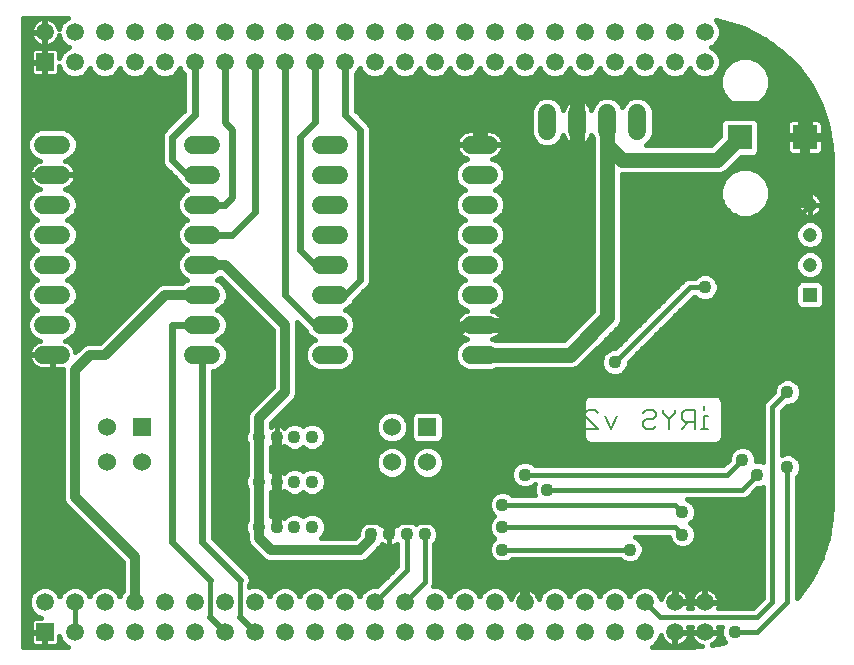
<source format=gbl>
G75*
%MOIN*%
%OFA0B0*%
%FSLAX24Y24*%
%IPPOS*%
%LPD*%
%AMOC8*
5,1,8,0,0,1.08239X$1,22.5*
%
%ADD10C,0.0060*%
%ADD11R,0.0602X0.0602*%
%ADD12C,0.0602*%
%ADD13C,0.0600*%
%ADD14R,0.0591X0.0591*%
%ADD15C,0.0591*%
%ADD16R,0.0827X0.0827*%
%ADD17C,0.0436*%
%ADD18R,0.0475X0.0475*%
%ADD19C,0.0475*%
%ADD20C,0.0500*%
%ADD21C,0.0320*%
%ADD22C,0.0357*%
%ADD23C,0.0240*%
%ADD24C,0.0160*%
%ADD25C,0.0400*%
D10*
X019516Y007710D02*
X019943Y007710D01*
X019516Y008137D01*
X019516Y008244D01*
X019622Y008351D01*
X019836Y008351D01*
X019943Y008244D01*
X020160Y008137D02*
X020374Y007710D01*
X020587Y008137D01*
X021449Y008244D02*
X021556Y008351D01*
X021769Y008351D01*
X021876Y008244D01*
X021876Y008137D01*
X021769Y008030D01*
X021556Y008030D01*
X021449Y007924D01*
X021449Y007817D01*
X021556Y007710D01*
X021769Y007710D01*
X021876Y007817D01*
X022307Y007710D02*
X022307Y008030D01*
X022094Y008244D01*
X022094Y008351D01*
X022307Y008030D02*
X022521Y008244D01*
X022521Y008351D01*
X022738Y008244D02*
X022738Y008030D01*
X022845Y007924D01*
X023165Y007924D01*
X022952Y007924D02*
X022738Y007710D01*
X023165Y007710D02*
X023165Y008351D01*
X022845Y008351D01*
X022738Y008244D01*
X023488Y008351D02*
X023488Y008457D01*
X023488Y008137D02*
X023488Y007710D01*
X023595Y007710D02*
X023381Y007710D01*
X023488Y008137D02*
X023595Y008137D01*
D11*
X014250Y007771D03*
X004750Y007771D03*
D12*
X003569Y007771D03*
X003569Y006589D03*
X004750Y006589D03*
X013069Y006589D03*
X014250Y006589D03*
X013069Y007771D03*
D13*
X011300Y010180D02*
X010700Y010180D01*
X010700Y011180D02*
X011300Y011180D01*
X011300Y012180D02*
X010700Y012180D01*
X010700Y013180D02*
X011300Y013180D01*
X011300Y014180D02*
X010700Y014180D01*
X010700Y015180D02*
X011300Y015180D01*
X011300Y016180D02*
X010700Y016180D01*
X010700Y017180D02*
X011300Y017180D01*
X007050Y017180D02*
X006450Y017180D01*
X006450Y016180D02*
X007050Y016180D01*
X007050Y015180D02*
X006450Y015180D01*
X006450Y014180D02*
X007050Y014180D01*
X007050Y013180D02*
X006450Y013180D01*
X006450Y012180D02*
X007050Y012180D01*
X007050Y011180D02*
X006450Y011180D01*
X006450Y010180D02*
X007050Y010180D01*
X002050Y010180D02*
X001450Y010180D01*
X001450Y011180D02*
X002050Y011180D01*
X002050Y012180D02*
X001450Y012180D01*
X001450Y013180D02*
X002050Y013180D01*
X002050Y014180D02*
X001450Y014180D01*
X001450Y015180D02*
X002050Y015180D01*
X002050Y016180D02*
X001450Y016180D01*
X001450Y017180D02*
X002050Y017180D01*
X015700Y017180D02*
X016300Y017180D01*
X016300Y016180D02*
X015700Y016180D01*
X015700Y015180D02*
X016300Y015180D01*
X016300Y014180D02*
X015700Y014180D01*
X015700Y013180D02*
X016300Y013180D01*
X016300Y012180D02*
X015700Y012180D01*
X015700Y011180D02*
X016300Y011180D01*
X016300Y010180D02*
X015700Y010180D01*
X018250Y017630D02*
X018250Y018230D01*
X019250Y018230D02*
X019250Y017630D01*
X020250Y017630D02*
X020250Y018230D01*
X021250Y018230D02*
X021250Y017630D01*
D14*
X001500Y019930D03*
X001500Y000930D03*
D15*
X002500Y000930D03*
X003500Y000930D03*
X003500Y001930D03*
X002500Y001930D03*
X001500Y001930D03*
X004500Y001930D03*
X005500Y001930D03*
X006500Y001930D03*
X007500Y001930D03*
X008500Y001930D03*
X009500Y001930D03*
X010500Y001930D03*
X011500Y001930D03*
X011500Y000930D03*
X010500Y000930D03*
X009500Y000930D03*
X008500Y000930D03*
X007500Y000930D03*
X006500Y000930D03*
X005500Y000930D03*
X004500Y000930D03*
X012500Y000930D03*
X013500Y000930D03*
X014500Y000930D03*
X015500Y000930D03*
X016500Y000930D03*
X017500Y000930D03*
X018500Y000930D03*
X018500Y001930D03*
X017500Y001930D03*
X016500Y001930D03*
X015500Y001930D03*
X014500Y001930D03*
X013500Y001930D03*
X012500Y001930D03*
X019500Y001930D03*
X020500Y001930D03*
X021500Y001930D03*
X022500Y001930D03*
X023500Y001930D03*
X023500Y000930D03*
X022500Y000930D03*
X021500Y000930D03*
X020500Y000930D03*
X019500Y000930D03*
X019500Y019930D03*
X020500Y019930D03*
X021500Y019930D03*
X022500Y019930D03*
X023500Y019930D03*
X023500Y020930D03*
X022500Y020930D03*
X021500Y020930D03*
X020500Y020930D03*
X019500Y020930D03*
X018500Y020930D03*
X017500Y020930D03*
X016500Y020930D03*
X015500Y020930D03*
X014500Y020930D03*
X013500Y020930D03*
X012500Y020930D03*
X011500Y020930D03*
X010500Y020930D03*
X009500Y020930D03*
X008500Y020930D03*
X007500Y020930D03*
X006500Y020930D03*
X005500Y020930D03*
X004500Y020930D03*
X003500Y020930D03*
X002500Y020930D03*
X001500Y020930D03*
X002500Y019930D03*
X003500Y019930D03*
X004500Y019930D03*
X005500Y019930D03*
X006500Y019930D03*
X007500Y019930D03*
X008500Y019930D03*
X009500Y019930D03*
X010500Y019930D03*
X011500Y019930D03*
X012500Y019930D03*
X013500Y019930D03*
X014500Y019930D03*
X015500Y019930D03*
X016500Y019930D03*
X017500Y019930D03*
X018500Y019930D03*
D16*
X024667Y017430D03*
X026833Y017430D03*
D17*
X023500Y012430D03*
X020500Y009930D03*
X024750Y008930D03*
X026250Y008930D03*
X024750Y006680D03*
X025250Y006180D03*
X026250Y006430D03*
X022750Y004930D03*
X022750Y004180D03*
X021000Y003680D03*
X018250Y005680D03*
X017500Y006180D03*
X016750Y005180D03*
X016750Y004430D03*
X016750Y003680D03*
X014159Y004192D03*
X013569Y004192D03*
X012978Y004192D03*
X012388Y004192D03*
X010409Y004442D03*
X009819Y004442D03*
X009228Y004442D03*
X008638Y004442D03*
X008638Y005942D03*
X009228Y005942D03*
X009819Y005942D03*
X010409Y005942D03*
X010409Y007442D03*
X009819Y007442D03*
X009228Y007442D03*
X008638Y007442D03*
X015750Y006180D03*
X024500Y000930D03*
D18*
X027000Y012180D03*
D19*
X027000Y013180D03*
X027000Y014180D03*
X027000Y015180D03*
D20*
X026833Y017430D02*
X026833Y018097D01*
X024667Y017430D02*
X023917Y016680D01*
X020750Y016680D01*
X020250Y017180D01*
X020250Y017930D01*
X020250Y011430D01*
X019000Y010180D01*
X016000Y010180D01*
X016000Y011180D02*
X018500Y011180D01*
X019250Y011930D01*
X019250Y017930D01*
X019250Y018680D01*
X019500Y018930D01*
X017250Y018930D01*
X016000Y017680D01*
X016000Y017180D01*
D21*
X016000Y011180D02*
X015500Y011180D01*
X015000Y010680D01*
X015000Y009680D01*
X015750Y008930D01*
X015750Y006180D01*
X015250Y004680D02*
X013250Y004680D01*
X013000Y004430D01*
X013000Y004213D01*
X012978Y004192D01*
X012978Y004452D01*
X012750Y004680D01*
X011500Y004680D01*
X011000Y005180D01*
X009228Y005180D01*
X009228Y004442D01*
X008638Y004442D02*
X008638Y004067D01*
X009025Y003680D01*
X012000Y003680D01*
X012388Y004068D01*
X012388Y004192D01*
X015250Y004680D02*
X015500Y004430D01*
X015500Y003180D01*
X017250Y003180D01*
X017375Y003055D01*
X017500Y002930D01*
X017500Y001930D01*
X009228Y005180D02*
X009228Y005942D01*
X009228Y007442D01*
X008638Y007442D02*
X008638Y005942D01*
X008638Y004442D01*
X008638Y007442D02*
X008625Y007455D01*
X008625Y008055D01*
X009500Y008930D01*
X009500Y011180D01*
X007500Y013180D01*
X006750Y013180D01*
X006750Y012180D02*
X005500Y012180D01*
X003500Y010180D01*
X003000Y010180D01*
X002500Y009680D01*
X002500Y005430D01*
X004500Y003430D01*
X004500Y001930D01*
X026833Y015347D02*
X027000Y015180D01*
X026833Y015347D02*
X026833Y017430D01*
D22*
X022750Y015180D03*
D23*
X012000Y012680D02*
X011500Y012180D01*
X011000Y012180D01*
X012000Y012680D02*
X012000Y017680D01*
X011500Y018180D01*
X011500Y019930D01*
X010500Y019930D02*
X010500Y017930D01*
X010000Y017430D01*
X010000Y013680D01*
X010500Y013180D01*
X011000Y013180D01*
X009500Y012180D02*
X010500Y011180D01*
X011000Y011180D01*
X009500Y012180D02*
X009500Y019930D01*
X008500Y019930D02*
X008500Y014930D01*
X007750Y014180D01*
X006750Y014180D01*
X006750Y015180D02*
X007500Y015180D01*
X007750Y015430D01*
X007750Y017680D01*
X007500Y017930D01*
X007500Y019930D01*
X006500Y019930D02*
X006500Y018180D01*
X005750Y017430D01*
X005750Y016680D01*
X006250Y016180D01*
X006750Y016180D01*
X006750Y011180D02*
X005750Y011180D01*
X005750Y003930D01*
X007000Y002680D01*
X008000Y002680D02*
X006750Y003930D01*
X006750Y010180D01*
X017375Y003055D02*
X017500Y003180D01*
X021750Y003180D01*
X022500Y002430D01*
X022500Y001930D01*
X023500Y001930D01*
X008500Y000930D02*
X008000Y001430D01*
X007500Y000930D02*
X007000Y001430D01*
D24*
X000765Y000445D02*
X000765Y021415D01*
X002272Y021415D01*
X002197Y021384D01*
X002046Y021233D01*
X001965Y021036D01*
X001965Y021034D01*
X001964Y021041D01*
X001940Y021112D01*
X001906Y021179D01*
X001863Y021240D01*
X001810Y021293D01*
X001749Y021336D01*
X001682Y021370D01*
X001611Y021394D01*
X001537Y021405D01*
X001518Y021405D01*
X001518Y020948D01*
X001482Y020948D01*
X001482Y020912D01*
X001518Y020912D01*
X001518Y020455D01*
X001537Y020455D01*
X001611Y020466D01*
X001682Y020490D01*
X001749Y020524D01*
X001810Y020567D01*
X001863Y020620D01*
X001906Y020681D01*
X001940Y020748D01*
X001964Y020819D01*
X001965Y020826D01*
X001965Y020824D01*
X002046Y020627D01*
X002197Y020476D01*
X002308Y020430D01*
X002197Y020384D01*
X002046Y020233D01*
X001975Y020062D01*
X001975Y020249D01*
X001963Y020295D01*
X001939Y020336D01*
X001906Y020369D01*
X001865Y020393D01*
X001819Y020405D01*
X001518Y020405D01*
X001518Y019948D01*
X001482Y019948D01*
X001482Y019912D01*
X001518Y019912D01*
X001518Y019455D01*
X001819Y019455D01*
X001865Y019467D01*
X001906Y019491D01*
X001939Y019524D01*
X001963Y019565D01*
X001975Y019611D01*
X001975Y019798D01*
X002046Y019627D01*
X002197Y019476D01*
X002394Y019395D01*
X002606Y019395D01*
X002803Y019476D01*
X002954Y019627D01*
X003000Y019738D01*
X003046Y019627D01*
X003197Y019476D01*
X003394Y019395D01*
X003606Y019395D01*
X003803Y019476D01*
X003954Y019627D01*
X004000Y019738D01*
X004046Y019627D01*
X004197Y019476D01*
X004394Y019395D01*
X004606Y019395D01*
X004803Y019476D01*
X004954Y019627D01*
X005000Y019738D01*
X005046Y019627D01*
X005197Y019476D01*
X005394Y019395D01*
X005606Y019395D01*
X005803Y019476D01*
X005954Y019627D01*
X006000Y019738D01*
X006046Y019627D01*
X006140Y019533D01*
X006140Y018329D01*
X005546Y017735D01*
X005445Y017634D01*
X005390Y017502D01*
X005390Y016608D01*
X005445Y016476D01*
X005945Y015976D01*
X005954Y015967D01*
X005992Y015874D01*
X006144Y015722D01*
X006246Y015680D01*
X006144Y015638D01*
X005992Y015486D01*
X005910Y015287D01*
X005910Y015073D01*
X005992Y014874D01*
X006144Y014722D01*
X006246Y014680D01*
X006144Y014638D01*
X005992Y014486D01*
X005910Y014287D01*
X005910Y014073D01*
X005992Y013874D01*
X006144Y013722D01*
X006246Y013680D01*
X006144Y013638D01*
X005992Y013486D01*
X005910Y013287D01*
X005910Y013073D01*
X005992Y012874D01*
X006144Y012722D01*
X006246Y012680D01*
X006144Y012638D01*
X006086Y012580D01*
X005420Y012580D01*
X005273Y012519D01*
X005161Y012407D01*
X003334Y010580D01*
X002920Y010580D01*
X002773Y010519D01*
X002661Y010407D01*
X002522Y010268D01*
X002518Y010292D01*
X002495Y010364D01*
X002461Y010432D01*
X002416Y010493D01*
X002363Y010546D01*
X002302Y010591D01*
X002234Y010625D01*
X002171Y010645D01*
X002356Y010722D01*
X002508Y010874D01*
X002590Y011073D01*
X002590Y011287D01*
X002508Y011486D01*
X002356Y011638D01*
X002254Y011680D01*
X002356Y011722D01*
X002508Y011874D01*
X002590Y012073D01*
X002590Y012287D01*
X002508Y012486D01*
X002356Y012638D01*
X002254Y012680D01*
X002356Y012722D01*
X002508Y012874D01*
X002590Y013073D01*
X002590Y013287D01*
X002508Y013486D01*
X002356Y013638D01*
X002254Y013680D01*
X002356Y013722D01*
X002508Y013874D01*
X002590Y014073D01*
X002590Y014287D01*
X002508Y014486D01*
X002356Y014638D01*
X002254Y014680D01*
X002356Y014722D01*
X002508Y014874D01*
X002590Y015073D01*
X002590Y015287D01*
X002508Y015486D01*
X002356Y015638D01*
X002171Y015715D01*
X002234Y015735D01*
X002302Y015769D01*
X002363Y015814D01*
X002416Y015867D01*
X002461Y015928D01*
X002495Y015996D01*
X002518Y016068D01*
X002530Y016142D01*
X002530Y016160D01*
X001770Y016160D01*
X001770Y016200D01*
X002530Y016200D01*
X002530Y016218D01*
X002518Y016292D01*
X002495Y016364D01*
X002461Y016432D01*
X002416Y016493D01*
X002363Y016546D01*
X002302Y016591D01*
X002234Y016625D01*
X002171Y016645D01*
X002356Y016722D01*
X002508Y016874D01*
X002590Y017073D01*
X002590Y017287D01*
X002508Y017486D01*
X002356Y017638D01*
X002157Y017720D01*
X001343Y017720D01*
X001144Y017638D01*
X000992Y017486D01*
X000910Y017287D01*
X000910Y017073D01*
X000992Y016874D01*
X001144Y016722D01*
X001329Y016645D01*
X001266Y016625D01*
X001198Y016591D01*
X001137Y016546D01*
X001084Y016493D01*
X001039Y016432D01*
X001005Y016364D01*
X000982Y016292D01*
X000970Y016218D01*
X000970Y016200D01*
X001730Y016200D01*
X001730Y016160D01*
X000970Y016160D01*
X000970Y016142D01*
X000982Y016068D01*
X001005Y015996D01*
X001039Y015928D01*
X001084Y015867D01*
X001137Y015814D01*
X001198Y015769D01*
X001266Y015735D01*
X001329Y015715D01*
X001144Y015638D01*
X000992Y015486D01*
X000910Y015287D01*
X000910Y015073D01*
X000992Y014874D01*
X001144Y014722D01*
X001246Y014680D01*
X001144Y014638D01*
X000992Y014486D01*
X000910Y014287D01*
X000910Y014073D01*
X000992Y013874D01*
X001144Y013722D01*
X001246Y013680D01*
X001144Y013638D01*
X000992Y013486D01*
X000910Y013287D01*
X000910Y013073D01*
X000992Y012874D01*
X001144Y012722D01*
X001246Y012680D01*
X001144Y012638D01*
X000992Y012486D01*
X000910Y012287D01*
X000910Y012073D01*
X000992Y011874D01*
X001144Y011722D01*
X001246Y011680D01*
X001144Y011638D01*
X000992Y011486D01*
X000910Y011287D01*
X000910Y011073D01*
X000992Y010874D01*
X001144Y010722D01*
X001329Y010645D01*
X001266Y010625D01*
X001198Y010591D01*
X001137Y010546D01*
X001084Y010493D01*
X001039Y010432D01*
X001005Y010364D01*
X000982Y010292D01*
X000970Y010218D01*
X000970Y010200D01*
X001730Y010200D01*
X001730Y010160D01*
X001770Y010160D01*
X001770Y009700D01*
X002088Y009700D01*
X002100Y009702D01*
X002100Y005350D01*
X002161Y005203D01*
X002273Y005091D01*
X004100Y003264D01*
X004100Y002287D01*
X004046Y002233D01*
X004000Y002122D01*
X003954Y002233D01*
X003803Y002384D01*
X003606Y002465D01*
X003394Y002465D01*
X003197Y002384D01*
X003046Y002233D01*
X003000Y002122D01*
X002954Y002233D01*
X002803Y002384D01*
X002606Y002465D01*
X002394Y002465D01*
X002197Y002384D01*
X002046Y002233D01*
X002000Y002122D01*
X001954Y002233D01*
X001803Y002384D01*
X001606Y002465D01*
X001394Y002465D01*
X001197Y002384D01*
X001046Y002233D01*
X000965Y002036D01*
X000965Y001824D01*
X001046Y001627D01*
X001197Y001476D01*
X001368Y001405D01*
X001181Y001405D01*
X001135Y001393D01*
X001094Y001369D01*
X001061Y001336D01*
X001037Y001295D01*
X001025Y001249D01*
X001025Y000948D01*
X001482Y000948D01*
X001482Y000912D01*
X001518Y000912D01*
X001518Y000455D01*
X001819Y000455D01*
X001865Y000467D01*
X001906Y000491D01*
X001939Y000524D01*
X001963Y000565D01*
X001975Y000611D01*
X001975Y000798D01*
X002046Y000627D01*
X002197Y000476D01*
X002272Y000445D01*
X000765Y000445D01*
X000765Y000564D02*
X001038Y000564D01*
X001037Y000565D02*
X001061Y000524D01*
X001094Y000491D01*
X001135Y000467D01*
X001181Y000455D01*
X001482Y000455D01*
X001482Y000912D01*
X001025Y000912D01*
X001025Y000611D01*
X001037Y000565D01*
X001025Y000723D02*
X000765Y000723D01*
X000765Y000881D02*
X001025Y000881D01*
X001025Y001040D02*
X000765Y001040D01*
X000765Y001198D02*
X001025Y001198D01*
X001081Y001357D02*
X000765Y001357D01*
X000765Y001515D02*
X001158Y001515D01*
X001027Y001674D02*
X000765Y001674D01*
X000765Y001832D02*
X000965Y001832D01*
X000965Y001991D02*
X000765Y001991D01*
X000765Y002149D02*
X001011Y002149D01*
X001121Y002308D02*
X000765Y002308D01*
X000765Y002466D02*
X004100Y002466D01*
X004100Y002308D02*
X003879Y002308D01*
X003989Y002149D02*
X004011Y002149D01*
X004100Y002625D02*
X000765Y002625D01*
X000765Y002783D02*
X004100Y002783D01*
X004100Y002942D02*
X000765Y002942D01*
X000765Y003100D02*
X004100Y003100D01*
X004100Y003259D02*
X000765Y003259D01*
X000765Y003417D02*
X003947Y003417D01*
X003789Y003576D02*
X000765Y003576D01*
X000765Y003734D02*
X003630Y003734D01*
X003472Y003893D02*
X000765Y003893D01*
X000765Y004051D02*
X003313Y004051D01*
X003155Y004210D02*
X000765Y004210D01*
X000765Y004368D02*
X002996Y004368D01*
X002838Y004527D02*
X000765Y004527D01*
X000765Y004685D02*
X002679Y004685D01*
X002521Y004844D02*
X000765Y004844D01*
X000765Y005002D02*
X002362Y005002D01*
X002204Y005161D02*
X000765Y005161D01*
X000765Y005319D02*
X002113Y005319D01*
X002100Y005478D02*
X000765Y005478D01*
X000765Y005636D02*
X002100Y005636D01*
X002100Y005795D02*
X000765Y005795D01*
X000765Y005953D02*
X002100Y005953D01*
X002100Y006112D02*
X000765Y006112D01*
X000765Y006270D02*
X002100Y006270D01*
X002100Y006429D02*
X000765Y006429D01*
X000765Y006587D02*
X002100Y006587D01*
X002100Y006746D02*
X000765Y006746D01*
X000765Y006904D02*
X002100Y006904D01*
X002100Y007063D02*
X000765Y007063D01*
X000765Y007221D02*
X002100Y007221D01*
X002100Y007380D02*
X000765Y007380D01*
X000765Y007538D02*
X002100Y007538D01*
X002100Y007697D02*
X000765Y007697D01*
X000765Y007855D02*
X002100Y007855D01*
X002100Y008014D02*
X000765Y008014D01*
X000765Y008172D02*
X002100Y008172D01*
X002100Y008331D02*
X000765Y008331D01*
X000765Y008489D02*
X002100Y008489D01*
X002100Y008648D02*
X000765Y008648D01*
X000765Y008806D02*
X002100Y008806D01*
X002100Y008965D02*
X000765Y008965D01*
X000765Y009123D02*
X002100Y009123D01*
X002100Y009282D02*
X000765Y009282D01*
X000765Y009440D02*
X002100Y009440D01*
X002100Y009599D02*
X000765Y009599D01*
X000765Y009757D02*
X001223Y009757D01*
X001198Y009769D02*
X001266Y009735D01*
X001338Y009712D01*
X001412Y009700D01*
X001730Y009700D01*
X001730Y010160D01*
X000970Y010160D01*
X000970Y010142D01*
X000982Y010068D01*
X001005Y009996D01*
X001039Y009928D01*
X001084Y009867D01*
X001137Y009814D01*
X001198Y009769D01*
X001049Y009916D02*
X000765Y009916D01*
X000765Y010074D02*
X000981Y010074D01*
X000972Y010233D02*
X000765Y010233D01*
X000765Y010391D02*
X001019Y010391D01*
X001142Y010550D02*
X000765Y010550D01*
X000765Y010708D02*
X001178Y010708D01*
X001000Y010867D02*
X000765Y010867D01*
X000765Y011025D02*
X000930Y011025D01*
X000910Y011184D02*
X000765Y011184D01*
X000765Y011342D02*
X000933Y011342D01*
X001007Y011501D02*
X000765Y011501D01*
X000765Y011659D02*
X001195Y011659D01*
X001049Y011818D02*
X000765Y011818D01*
X000765Y011976D02*
X000950Y011976D01*
X000910Y012135D02*
X000765Y012135D01*
X000765Y012293D02*
X000912Y012293D01*
X000978Y012452D02*
X000765Y012452D01*
X000765Y012610D02*
X001116Y012610D01*
X001098Y012769D02*
X000765Y012769D01*
X000765Y012927D02*
X000970Y012927D01*
X000910Y013086D02*
X000765Y013086D01*
X000765Y013244D02*
X000910Y013244D01*
X000958Y013403D02*
X000765Y013403D01*
X000765Y013561D02*
X001067Y013561D01*
X001151Y013720D02*
X000765Y013720D01*
X000765Y013878D02*
X000991Y013878D01*
X000925Y014037D02*
X000765Y014037D01*
X000765Y014195D02*
X000910Y014195D01*
X000937Y014354D02*
X000765Y014354D01*
X000765Y014512D02*
X001018Y014512D01*
X001223Y014671D02*
X000765Y014671D01*
X000765Y014829D02*
X001037Y014829D01*
X000945Y014988D02*
X000765Y014988D01*
X000765Y015146D02*
X000910Y015146D01*
X000917Y015305D02*
X000765Y015305D01*
X000765Y015463D02*
X000983Y015463D01*
X001128Y015622D02*
X000765Y015622D01*
X000765Y015780D02*
X001184Y015780D01*
X001034Y015939D02*
X000765Y015939D01*
X000765Y016097D02*
X000977Y016097D01*
X000976Y016256D02*
X000765Y016256D01*
X000765Y016414D02*
X001031Y016414D01*
X001174Y016573D02*
X000765Y016573D01*
X000765Y016731D02*
X001135Y016731D01*
X000986Y016890D02*
X000765Y016890D01*
X000765Y017048D02*
X000920Y017048D01*
X000910Y017207D02*
X000765Y017207D01*
X000765Y017365D02*
X000942Y017365D01*
X001030Y017524D02*
X000765Y017524D01*
X000765Y017682D02*
X001251Y017682D01*
X000765Y017841D02*
X005651Y017841D01*
X005810Y017999D02*
X000765Y017999D01*
X000765Y018158D02*
X005968Y018158D01*
X006127Y018316D02*
X000765Y018316D01*
X000765Y018475D02*
X006140Y018475D01*
X006140Y018633D02*
X000765Y018633D01*
X000765Y018792D02*
X006140Y018792D01*
X006140Y018950D02*
X000765Y018950D01*
X000765Y019109D02*
X006140Y019109D01*
X006140Y019267D02*
X000765Y019267D01*
X000765Y019426D02*
X002319Y019426D01*
X002089Y019584D02*
X001968Y019584D01*
X001975Y019743D02*
X001998Y019743D01*
X001975Y020218D02*
X002040Y020218D01*
X001893Y020377D02*
X002190Y020377D01*
X002138Y020535D02*
X001765Y020535D01*
X001913Y020694D02*
X002019Y020694D01*
X002020Y021169D02*
X001912Y021169D01*
X001761Y021328D02*
X002141Y021328D01*
X001518Y021328D02*
X001482Y021328D01*
X001482Y021405D02*
X001463Y021405D01*
X001389Y021394D01*
X001318Y021370D01*
X001251Y021336D01*
X001190Y021293D01*
X001137Y021240D01*
X001094Y021179D01*
X001060Y021112D01*
X001036Y021041D01*
X001025Y020967D01*
X001025Y020948D01*
X001482Y020948D01*
X001482Y021405D01*
X001482Y021169D02*
X001518Y021169D01*
X001518Y021011D02*
X001482Y021011D01*
X001482Y020912D02*
X001025Y020912D01*
X001025Y020893D01*
X001036Y020819D01*
X001060Y020748D01*
X001094Y020681D01*
X001137Y020620D01*
X001190Y020567D01*
X001251Y020524D01*
X001318Y020490D01*
X001389Y020466D01*
X001463Y020455D01*
X001482Y020455D01*
X001482Y020912D01*
X001482Y020852D02*
X001518Y020852D01*
X001518Y020694D02*
X001482Y020694D01*
X001482Y020535D02*
X001518Y020535D01*
X001482Y020405D02*
X001181Y020405D01*
X001135Y020393D01*
X001094Y020369D01*
X001061Y020336D01*
X001037Y020295D01*
X001025Y020249D01*
X001025Y019948D01*
X001482Y019948D01*
X001482Y020405D01*
X001482Y020377D02*
X001518Y020377D01*
X001518Y020218D02*
X001482Y020218D01*
X001482Y020060D02*
X001518Y020060D01*
X001482Y019912D02*
X001025Y019912D01*
X001025Y019611D01*
X001037Y019565D01*
X001061Y019524D01*
X001094Y019491D01*
X001135Y019467D01*
X001181Y019455D01*
X001482Y019455D01*
X001482Y019912D01*
X001482Y019901D02*
X001518Y019901D01*
X001518Y019743D02*
X001482Y019743D01*
X001482Y019584D02*
X001518Y019584D01*
X001032Y019584D02*
X000765Y019584D01*
X000765Y019743D02*
X001025Y019743D01*
X001025Y019901D02*
X000765Y019901D01*
X000765Y020060D02*
X001025Y020060D01*
X001025Y020218D02*
X000765Y020218D01*
X000765Y020377D02*
X001107Y020377D01*
X001235Y020535D02*
X000765Y020535D01*
X000765Y020694D02*
X001087Y020694D01*
X001031Y020852D02*
X000765Y020852D01*
X000765Y021011D02*
X001032Y021011D01*
X001088Y021169D02*
X000765Y021169D01*
X000765Y021328D02*
X001239Y021328D01*
X002911Y019584D02*
X003089Y019584D01*
X003319Y019426D02*
X002681Y019426D01*
X003681Y019426D02*
X004319Y019426D01*
X004089Y019584D02*
X003911Y019584D01*
X004681Y019426D02*
X005319Y019426D01*
X005089Y019584D02*
X004911Y019584D01*
X005681Y019426D02*
X006140Y019426D01*
X006089Y019584D02*
X005911Y019584D01*
X005493Y017682D02*
X002249Y017682D01*
X002470Y017524D02*
X005399Y017524D01*
X005390Y017365D02*
X002558Y017365D01*
X002590Y017207D02*
X005390Y017207D01*
X005390Y017048D02*
X002580Y017048D01*
X002514Y016890D02*
X005390Y016890D01*
X005390Y016731D02*
X002365Y016731D01*
X002326Y016573D02*
X005405Y016573D01*
X005507Y016414D02*
X002469Y016414D01*
X002524Y016256D02*
X005665Y016256D01*
X005824Y016097D02*
X002523Y016097D01*
X002466Y015939D02*
X005966Y015939D01*
X006086Y015780D02*
X002316Y015780D01*
X002372Y015622D02*
X006128Y015622D01*
X005983Y015463D02*
X002517Y015463D01*
X002583Y015305D02*
X005917Y015305D01*
X005910Y015146D02*
X002590Y015146D01*
X002555Y014988D02*
X005945Y014988D01*
X006037Y014829D02*
X002463Y014829D01*
X002277Y014671D02*
X006223Y014671D01*
X006018Y014512D02*
X002482Y014512D01*
X002563Y014354D02*
X005937Y014354D01*
X005910Y014195D02*
X002590Y014195D01*
X002575Y014037D02*
X005925Y014037D01*
X005991Y013878D02*
X002509Y013878D01*
X002349Y013720D02*
X006151Y013720D01*
X006067Y013561D02*
X002433Y013561D01*
X002542Y013403D02*
X005958Y013403D01*
X005910Y013244D02*
X002590Y013244D01*
X002590Y013086D02*
X005910Y013086D01*
X005970Y012927D02*
X002530Y012927D01*
X002402Y012769D02*
X006098Y012769D01*
X006116Y012610D02*
X002384Y012610D01*
X002522Y012452D02*
X005206Y012452D01*
X005047Y012293D02*
X002588Y012293D01*
X002590Y012135D02*
X004889Y012135D01*
X004730Y011976D02*
X002550Y011976D01*
X002451Y011818D02*
X004572Y011818D01*
X004413Y011659D02*
X002305Y011659D01*
X002493Y011501D02*
X004255Y011501D01*
X004096Y011342D02*
X002567Y011342D01*
X002590Y011184D02*
X003938Y011184D01*
X003779Y011025D02*
X002570Y011025D01*
X002500Y010867D02*
X003621Y010867D01*
X003462Y010708D02*
X002322Y010708D01*
X002358Y010550D02*
X002847Y010550D01*
X002645Y010391D02*
X002481Y010391D01*
X001770Y010074D02*
X001730Y010074D01*
X001730Y009916D02*
X001770Y009916D01*
X001770Y009757D02*
X001730Y009757D01*
X007110Y009640D02*
X007157Y009640D01*
X007356Y009722D01*
X007508Y009874D01*
X007590Y010073D01*
X007590Y010287D01*
X007508Y010486D01*
X007356Y010638D01*
X007254Y010680D01*
X007356Y010722D01*
X007508Y010874D01*
X007590Y011073D01*
X007590Y011287D01*
X007508Y011486D01*
X007356Y011638D01*
X007254Y011680D01*
X007356Y011722D01*
X007508Y011874D01*
X007590Y012073D01*
X007590Y012287D01*
X007508Y012486D01*
X007356Y012638D01*
X007254Y012680D01*
X007356Y012722D01*
X007374Y012740D01*
X009100Y011014D01*
X009100Y009096D01*
X008398Y008394D01*
X008286Y008282D01*
X008225Y008135D01*
X008225Y007642D01*
X008180Y007533D01*
X008180Y007351D01*
X008238Y007211D01*
X008238Y006172D01*
X008180Y006033D01*
X008180Y005851D01*
X008238Y005711D01*
X008238Y004672D01*
X008180Y004533D01*
X008180Y004351D01*
X008238Y004211D01*
X008238Y003987D01*
X008299Y003840D01*
X008798Y003341D01*
X008945Y003280D01*
X012080Y003280D01*
X012227Y003341D01*
X012727Y003841D01*
X012740Y003873D01*
X012790Y003839D01*
X012862Y003809D01*
X012939Y003794D01*
X012978Y003794D01*
X012978Y004192D01*
X012978Y004590D01*
X012939Y004590D01*
X012862Y004574D01*
X012790Y004544D01*
X012726Y004501D01*
X012647Y004580D01*
X012479Y004650D01*
X012297Y004650D01*
X012128Y004580D01*
X012000Y004451D01*
X011930Y004283D01*
X011930Y004176D01*
X011834Y004080D01*
X010695Y004080D01*
X010798Y004182D01*
X010867Y004351D01*
X010867Y004533D01*
X010798Y004701D01*
X010669Y004830D01*
X010501Y004900D01*
X010318Y004900D01*
X010150Y004830D01*
X010114Y004794D01*
X010078Y004830D01*
X009910Y004900D01*
X009728Y004900D01*
X009560Y004830D01*
X009481Y004751D01*
X009417Y004794D01*
X009344Y004824D01*
X009268Y004840D01*
X009228Y004840D01*
X009189Y004840D01*
X009112Y004824D01*
X009040Y004794D01*
X009038Y004793D01*
X009038Y005591D01*
X009040Y005589D01*
X009112Y005559D01*
X009189Y005544D01*
X009228Y005544D01*
X009228Y005942D01*
X009228Y006340D01*
X009189Y006340D01*
X009112Y006324D01*
X009040Y006294D01*
X009038Y006293D01*
X009038Y007091D01*
X009040Y007089D01*
X009112Y007059D01*
X009189Y007044D01*
X009228Y007044D01*
X009228Y007442D01*
X009228Y007840D01*
X009189Y007840D01*
X009112Y007824D01*
X009040Y007794D01*
X009025Y007784D01*
X009025Y007889D01*
X009839Y008703D01*
X009900Y008850D01*
X009900Y011260D01*
X009892Y011279D01*
X010195Y010976D01*
X010204Y010967D01*
X010242Y010874D01*
X010394Y010722D01*
X010496Y010680D01*
X010394Y010638D01*
X010242Y010486D01*
X010160Y010287D01*
X010160Y010073D01*
X010242Y009874D01*
X010394Y009722D01*
X010593Y009640D01*
X011407Y009640D01*
X011606Y009722D01*
X011758Y009874D01*
X011840Y010073D01*
X011840Y010287D01*
X011758Y010486D01*
X011606Y010638D01*
X011504Y010680D01*
X011606Y010722D01*
X011758Y010874D01*
X011840Y011073D01*
X011840Y011287D01*
X011758Y011486D01*
X011606Y011638D01*
X011504Y011680D01*
X011606Y011722D01*
X011758Y011874D01*
X011796Y011967D01*
X011805Y011976D01*
X015200Y011976D01*
X015160Y012073D02*
X015242Y011874D01*
X015394Y011722D01*
X015579Y011645D01*
X015516Y011625D01*
X015448Y011591D01*
X015387Y011546D01*
X015334Y011493D01*
X015289Y011432D01*
X015255Y011364D01*
X015232Y011292D01*
X015220Y011218D01*
X015220Y011200D01*
X015980Y011200D01*
X015980Y011160D01*
X015220Y011160D01*
X015220Y011142D01*
X015232Y011068D01*
X015255Y010996D01*
X015289Y010928D01*
X015334Y010867D01*
X015387Y010814D01*
X015448Y010769D01*
X015516Y010735D01*
X015579Y010715D01*
X015394Y010638D01*
X015242Y010486D01*
X015160Y010287D01*
X015160Y010073D01*
X015242Y009874D01*
X015394Y009722D01*
X015593Y009640D01*
X016407Y009640D01*
X016528Y009690D01*
X019097Y009690D01*
X019278Y009765D01*
X020528Y011015D01*
X020665Y011152D01*
X020740Y011333D01*
X020740Y016190D01*
X024015Y016190D01*
X024195Y016265D01*
X024707Y016777D01*
X025128Y016777D01*
X025217Y016813D01*
X025284Y016881D01*
X025321Y016969D01*
X025321Y017891D01*
X025284Y017979D01*
X025217Y018047D01*
X025128Y018083D01*
X024206Y018083D01*
X024118Y018047D01*
X024050Y017979D01*
X024014Y017891D01*
X024014Y017470D01*
X023714Y017170D01*
X021551Y017170D01*
X021556Y017172D01*
X021708Y017324D01*
X021790Y017523D01*
X021790Y018337D01*
X021708Y018536D01*
X021556Y018688D01*
X021357Y018770D01*
X021143Y018770D01*
X020944Y018688D01*
X020792Y018536D01*
X020750Y018434D01*
X020708Y018536D01*
X020556Y018688D01*
X020357Y018770D01*
X020143Y018770D01*
X019944Y018688D01*
X019792Y018536D01*
X019715Y018351D01*
X019695Y018414D01*
X019661Y018482D01*
X019616Y018543D01*
X019563Y018596D01*
X019502Y018641D01*
X019434Y018675D01*
X019362Y018698D01*
X019288Y018710D01*
X019270Y018710D01*
X019270Y017950D01*
X019230Y017950D01*
X019230Y018710D01*
X019212Y018710D01*
X019138Y018698D01*
X019066Y018675D01*
X018998Y018641D01*
X018937Y018596D01*
X018884Y018543D01*
X018839Y018482D01*
X018805Y018414D01*
X018785Y018351D01*
X018708Y018536D01*
X018556Y018688D01*
X018357Y018770D01*
X018143Y018770D01*
X017944Y018688D01*
X017792Y018536D01*
X017710Y018337D01*
X017710Y017523D01*
X017792Y017324D01*
X017944Y017172D01*
X018143Y017090D01*
X018357Y017090D01*
X018556Y017172D01*
X018708Y017324D01*
X018785Y017509D01*
X018805Y017446D01*
X018839Y017378D01*
X018884Y017317D01*
X018937Y017264D01*
X018998Y017219D01*
X019066Y017185D01*
X019138Y017162D01*
X019212Y017150D01*
X019230Y017150D01*
X019230Y017910D01*
X019270Y017910D01*
X019270Y017150D01*
X019288Y017150D01*
X019362Y017162D01*
X019434Y017185D01*
X019502Y017219D01*
X019563Y017264D01*
X019616Y017317D01*
X019661Y017378D01*
X019695Y017446D01*
X019715Y017509D01*
X019760Y017402D01*
X019760Y011633D01*
X018797Y010670D01*
X016528Y010670D01*
X016421Y010715D01*
X016484Y010735D01*
X016552Y010769D01*
X016613Y010814D01*
X016666Y010867D01*
X016711Y010928D01*
X016745Y010996D01*
X016768Y011068D01*
X016780Y011142D01*
X016780Y011160D01*
X016020Y011160D01*
X016020Y011200D01*
X016780Y011200D01*
X016780Y011218D01*
X016768Y011292D01*
X016745Y011364D01*
X016711Y011432D01*
X016666Y011493D01*
X016613Y011546D01*
X016552Y011591D01*
X016484Y011625D01*
X016421Y011645D01*
X016606Y011722D01*
X016758Y011874D01*
X016840Y012073D01*
X016840Y012287D01*
X016758Y012486D01*
X016606Y012638D01*
X016504Y012680D01*
X016606Y012722D01*
X016758Y012874D01*
X016840Y013073D01*
X016840Y013287D01*
X016758Y013486D01*
X016606Y013638D01*
X016504Y013680D01*
X016606Y013722D01*
X016758Y013874D01*
X016840Y014073D01*
X016840Y014287D01*
X016758Y014486D01*
X016606Y014638D01*
X016504Y014680D01*
X016606Y014722D01*
X016758Y014874D01*
X016840Y015073D01*
X016840Y015287D01*
X016758Y015486D01*
X016606Y015638D01*
X016504Y015680D01*
X016606Y015722D01*
X016758Y015874D01*
X016840Y016073D01*
X016840Y016287D01*
X016758Y016486D01*
X016606Y016638D01*
X016421Y016715D01*
X016484Y016735D01*
X016552Y016769D01*
X016613Y016814D01*
X016666Y016867D01*
X016711Y016928D01*
X016745Y016996D01*
X016768Y017068D01*
X016780Y017142D01*
X016780Y017160D01*
X016020Y017160D01*
X016020Y017200D01*
X015980Y017200D01*
X015980Y017660D01*
X015662Y017660D01*
X015588Y017648D01*
X015516Y017625D01*
X015448Y017591D01*
X015387Y017546D01*
X015334Y017493D01*
X015289Y017432D01*
X015255Y017364D01*
X015232Y017292D01*
X015220Y017218D01*
X015220Y017200D01*
X015980Y017200D01*
X015980Y017160D01*
X015220Y017160D01*
X015220Y017142D01*
X015232Y017068D01*
X015255Y016996D01*
X015289Y016928D01*
X015334Y016867D01*
X015387Y016814D01*
X015448Y016769D01*
X015516Y016735D01*
X015579Y016715D01*
X015394Y016638D01*
X015242Y016486D01*
X015160Y016287D01*
X015160Y016073D01*
X015242Y015874D01*
X015394Y015722D01*
X015496Y015680D01*
X015394Y015638D01*
X015242Y015486D01*
X015160Y015287D01*
X015160Y015073D01*
X015242Y014874D01*
X015394Y014722D01*
X015496Y014680D01*
X015394Y014638D01*
X015242Y014486D01*
X015160Y014287D01*
X015160Y014073D01*
X015242Y013874D01*
X015394Y013722D01*
X015496Y013680D01*
X015394Y013638D01*
X015242Y013486D01*
X015160Y013287D01*
X015160Y013073D01*
X015242Y012874D01*
X015394Y012722D01*
X015496Y012680D01*
X015394Y012638D01*
X015242Y012486D01*
X015160Y012287D01*
X015160Y012073D01*
X015160Y012135D02*
X011964Y012135D01*
X012122Y012293D02*
X015162Y012293D01*
X015228Y012452D02*
X012281Y012452D01*
X012305Y012476D02*
X012360Y012608D01*
X012360Y017752D01*
X012305Y017884D01*
X012204Y017985D01*
X011860Y018329D01*
X011860Y019533D01*
X011954Y019627D01*
X012000Y019738D01*
X012046Y019627D01*
X012197Y019476D01*
X012394Y019395D01*
X012606Y019395D01*
X012803Y019476D01*
X012954Y019627D01*
X013000Y019738D01*
X013046Y019627D01*
X013197Y019476D01*
X013394Y019395D01*
X013606Y019395D01*
X013803Y019476D01*
X013954Y019627D01*
X014000Y019738D01*
X014046Y019627D01*
X014197Y019476D01*
X014394Y019395D01*
X014606Y019395D01*
X014803Y019476D01*
X014954Y019627D01*
X015000Y019738D01*
X015046Y019627D01*
X015197Y019476D01*
X015394Y019395D01*
X015606Y019395D01*
X015803Y019476D01*
X015954Y019627D01*
X016000Y019738D01*
X016046Y019627D01*
X016197Y019476D01*
X016394Y019395D01*
X016606Y019395D01*
X016803Y019476D01*
X016954Y019627D01*
X017000Y019738D01*
X017046Y019627D01*
X017197Y019476D01*
X017394Y019395D01*
X017606Y019395D01*
X017803Y019476D01*
X017954Y019627D01*
X018000Y019738D01*
X018046Y019627D01*
X018197Y019476D01*
X018394Y019395D01*
X018606Y019395D01*
X018803Y019476D01*
X018954Y019627D01*
X019000Y019738D01*
X019046Y019627D01*
X019197Y019476D01*
X019394Y019395D01*
X019606Y019395D01*
X019803Y019476D01*
X019954Y019627D01*
X020000Y019738D01*
X020046Y019627D01*
X020197Y019476D01*
X020394Y019395D01*
X020606Y019395D01*
X020803Y019476D01*
X020954Y019627D01*
X021000Y019738D01*
X021046Y019627D01*
X021197Y019476D01*
X021394Y019395D01*
X021606Y019395D01*
X021803Y019476D01*
X021954Y019627D01*
X022000Y019738D01*
X022046Y019627D01*
X022197Y019476D01*
X022394Y019395D01*
X022606Y019395D01*
X022803Y019476D01*
X022954Y019627D01*
X023000Y019738D01*
X023046Y019627D01*
X023197Y019476D01*
X023394Y019395D01*
X023606Y019395D01*
X023803Y019476D01*
X023954Y019627D01*
X024035Y019824D01*
X024035Y020036D01*
X023954Y020233D01*
X023803Y020384D01*
X023692Y020430D01*
X023803Y020476D01*
X023954Y020627D01*
X024035Y020824D01*
X024035Y021036D01*
X023954Y021233D01*
X023865Y021322D01*
X024105Y021284D01*
X024812Y021055D01*
X025474Y020717D01*
X026075Y020281D01*
X026075Y020281D01*
X026601Y019755D01*
X027037Y019154D01*
X027375Y018492D01*
X027604Y017785D01*
X027720Y017052D01*
X027735Y016680D01*
X027735Y005180D01*
X027720Y004808D01*
X027604Y004075D01*
X027375Y003368D01*
X027037Y002706D01*
X026601Y002105D01*
X026570Y002074D01*
X026570Y006103D01*
X026638Y006171D01*
X026708Y006339D01*
X026708Y006521D01*
X026638Y006689D01*
X026509Y006818D01*
X026341Y006888D01*
X026159Y006888D01*
X026070Y006851D01*
X026070Y008297D01*
X026245Y008472D01*
X026341Y008472D01*
X026509Y008542D01*
X026638Y008671D01*
X026708Y008839D01*
X026708Y009021D01*
X026638Y009189D01*
X026509Y009318D01*
X026341Y009388D01*
X026159Y009388D01*
X025991Y009318D01*
X025862Y009189D01*
X025792Y009021D01*
X025792Y008925D01*
X025479Y008611D01*
X025430Y008494D01*
X025430Y006601D01*
X025341Y006638D01*
X025208Y006638D01*
X025208Y006771D01*
X025138Y006939D01*
X025009Y007068D01*
X024841Y007138D01*
X024659Y007138D01*
X024491Y007068D01*
X024362Y006939D01*
X024292Y006771D01*
X024292Y006675D01*
X024117Y006500D01*
X017827Y006500D01*
X017759Y006568D01*
X017591Y006638D01*
X017409Y006638D01*
X017241Y006568D01*
X017112Y006439D01*
X017042Y006271D01*
X017042Y006089D01*
X017112Y005921D01*
X017241Y005792D01*
X017409Y005722D01*
X017591Y005722D01*
X017759Y005792D01*
X017827Y005860D01*
X017829Y005860D01*
X017792Y005771D01*
X017792Y005589D01*
X017829Y005500D01*
X017077Y005500D01*
X017009Y005568D01*
X016841Y005638D01*
X016659Y005638D01*
X016491Y005568D01*
X016362Y005439D01*
X016292Y005271D01*
X016292Y005089D01*
X016362Y004921D01*
X016478Y004805D01*
X016362Y004689D01*
X016292Y004521D01*
X016292Y004339D01*
X016362Y004171D01*
X016478Y004055D01*
X016362Y003939D01*
X016292Y003771D01*
X016292Y003589D01*
X016362Y003421D01*
X016491Y003292D01*
X016659Y003222D01*
X016841Y003222D01*
X017009Y003292D01*
X017077Y003360D01*
X020673Y003360D01*
X020741Y003292D01*
X020909Y003222D01*
X021091Y003222D01*
X021259Y003292D01*
X021388Y003421D01*
X021458Y003589D01*
X021458Y003771D01*
X021388Y003939D01*
X021259Y004068D01*
X021158Y004110D01*
X022292Y004110D01*
X022292Y004089D01*
X022362Y003921D01*
X022491Y003792D01*
X022659Y003722D01*
X022841Y003722D01*
X023009Y003792D01*
X023138Y003921D01*
X023208Y004089D01*
X023208Y004271D01*
X023138Y004439D01*
X023022Y004555D01*
X023138Y004671D01*
X023208Y004839D01*
X023208Y005021D01*
X023138Y005189D01*
X023009Y005318D01*
X022908Y005360D01*
X024814Y005360D01*
X024931Y005409D01*
X025245Y005722D01*
X025341Y005722D01*
X025430Y005759D01*
X025430Y002063D01*
X025117Y001750D01*
X023941Y001750D01*
X023964Y001819D01*
X023975Y001893D01*
X023975Y001912D01*
X023518Y001912D01*
X023518Y001948D01*
X023482Y001948D01*
X023482Y001912D01*
X023025Y001912D01*
X023025Y001893D01*
X023036Y001819D01*
X023059Y001750D01*
X022941Y001750D01*
X022964Y001819D01*
X022975Y001893D01*
X022975Y001912D01*
X022518Y001912D01*
X022518Y001948D01*
X022482Y001948D01*
X022482Y002405D01*
X022463Y002405D01*
X022389Y002394D01*
X022318Y002370D01*
X022251Y002336D01*
X022190Y002293D01*
X022137Y002240D01*
X022094Y002179D01*
X022060Y002112D01*
X022036Y002041D01*
X022035Y002034D01*
X022035Y002036D01*
X021954Y002233D01*
X021803Y002384D01*
X021606Y002465D01*
X021394Y002465D01*
X021197Y002384D01*
X021046Y002233D01*
X021000Y002122D01*
X020954Y002233D01*
X020803Y002384D01*
X020606Y002465D01*
X020394Y002465D01*
X020197Y002384D01*
X020046Y002233D01*
X020000Y002122D01*
X019954Y002233D01*
X019803Y002384D01*
X019606Y002465D01*
X019394Y002465D01*
X019197Y002384D01*
X019046Y002233D01*
X019000Y002122D01*
X018954Y002233D01*
X018803Y002384D01*
X018606Y002465D01*
X018394Y002465D01*
X018197Y002384D01*
X018046Y002233D01*
X017965Y002036D01*
X017965Y002034D01*
X017964Y002041D01*
X017940Y002112D01*
X017906Y002179D01*
X017863Y002240D01*
X017810Y002293D01*
X017749Y002336D01*
X017682Y002370D01*
X017611Y002394D01*
X017537Y002405D01*
X017518Y002405D01*
X017518Y001948D01*
X017482Y001948D01*
X017482Y002405D01*
X017463Y002405D01*
X017389Y002394D01*
X017318Y002370D01*
X017251Y002336D01*
X017190Y002293D01*
X017137Y002240D01*
X017094Y002179D01*
X017060Y002112D01*
X017036Y002041D01*
X017035Y002034D01*
X017035Y002036D01*
X016954Y002233D01*
X016803Y002384D01*
X016606Y002465D01*
X016394Y002465D01*
X016197Y002384D01*
X016046Y002233D01*
X016000Y002122D01*
X015954Y002233D01*
X015803Y002384D01*
X015606Y002465D01*
X015394Y002465D01*
X015197Y002384D01*
X015046Y002233D01*
X015000Y002122D01*
X014954Y002233D01*
X014803Y002384D01*
X014606Y002465D01*
X014454Y002465D01*
X014479Y002526D01*
X014479Y003864D01*
X014548Y003932D01*
X014617Y004101D01*
X014617Y004283D01*
X014548Y004451D01*
X014419Y004580D01*
X014251Y004650D01*
X014068Y004650D01*
X013900Y004580D01*
X013864Y004544D01*
X013828Y004580D01*
X013660Y004650D01*
X013478Y004650D01*
X013310Y004580D01*
X013231Y004501D01*
X013167Y004544D01*
X013094Y004574D01*
X013018Y004590D01*
X012978Y004590D01*
X012978Y004192D01*
X012978Y004192D01*
X012978Y004192D01*
X012978Y003794D01*
X013018Y003794D01*
X013094Y003809D01*
X013167Y003839D01*
X013231Y003882D01*
X013249Y003864D01*
X013249Y003131D01*
X012583Y002465D01*
X012394Y002465D01*
X012197Y002384D01*
X012046Y002233D01*
X012000Y002122D01*
X011954Y002233D01*
X011803Y002384D01*
X011606Y002465D01*
X011394Y002465D01*
X011197Y002384D01*
X011046Y002233D01*
X011000Y002122D01*
X010954Y002233D01*
X010803Y002384D01*
X010606Y002465D01*
X010394Y002465D01*
X010197Y002384D01*
X010046Y002233D01*
X010000Y002122D01*
X009954Y002233D01*
X009803Y002384D01*
X009606Y002465D01*
X009394Y002465D01*
X009197Y002384D01*
X009046Y002233D01*
X009000Y002122D01*
X008954Y002233D01*
X008803Y002384D01*
X008606Y002465D01*
X008394Y002465D01*
X008320Y002435D01*
X008320Y002512D01*
X008360Y002608D01*
X008360Y002752D01*
X008305Y002884D01*
X007110Y004079D01*
X007110Y009640D01*
X007110Y009599D02*
X009100Y009599D01*
X009100Y009757D02*
X007391Y009757D01*
X007525Y009916D02*
X009100Y009916D01*
X009100Y010074D02*
X007590Y010074D01*
X007590Y010233D02*
X009100Y010233D01*
X009100Y010391D02*
X007547Y010391D01*
X007444Y010550D02*
X009100Y010550D01*
X009100Y010708D02*
X007322Y010708D01*
X007500Y010867D02*
X009100Y010867D01*
X009089Y011025D02*
X007570Y011025D01*
X007590Y011184D02*
X008931Y011184D01*
X008772Y011342D02*
X007567Y011342D01*
X007493Y011501D02*
X008614Y011501D01*
X008455Y011659D02*
X007305Y011659D01*
X007451Y011818D02*
X008297Y011818D01*
X008138Y011976D02*
X007550Y011976D01*
X007590Y012135D02*
X007980Y012135D01*
X007821Y012293D02*
X007588Y012293D01*
X007522Y012452D02*
X007663Y012452D01*
X007504Y012610D02*
X007384Y012610D01*
X009900Y011184D02*
X009987Y011184D01*
X009900Y011025D02*
X010146Y011025D01*
X010250Y010867D02*
X009900Y010867D01*
X009900Y010708D02*
X010428Y010708D01*
X010306Y010550D02*
X009900Y010550D01*
X009900Y010391D02*
X010203Y010391D01*
X010160Y010233D02*
X009900Y010233D01*
X009900Y010074D02*
X010160Y010074D01*
X010225Y009916D02*
X009900Y009916D01*
X009900Y009757D02*
X010359Y009757D01*
X009900Y009599D02*
X020184Y009599D01*
X020241Y009542D02*
X020409Y009472D01*
X020591Y009472D01*
X020759Y009542D01*
X020888Y009671D01*
X020958Y009839D01*
X020958Y009935D01*
X023133Y012110D01*
X023173Y012110D01*
X023241Y012042D01*
X023409Y011972D01*
X023591Y011972D01*
X023759Y012042D01*
X023888Y012171D01*
X023958Y012339D01*
X023958Y012521D01*
X023888Y012689D01*
X023759Y012818D01*
X023591Y012888D01*
X023409Y012888D01*
X023241Y012818D01*
X023173Y012750D01*
X022936Y012750D01*
X022819Y012701D01*
X020505Y010388D01*
X020409Y010388D01*
X020241Y010318D01*
X020112Y010189D01*
X020042Y010021D01*
X020042Y009839D01*
X020112Y009671D01*
X020241Y009542D01*
X020076Y009757D02*
X019259Y009757D01*
X019428Y009916D02*
X020042Y009916D01*
X020064Y010074D02*
X019587Y010074D01*
X019745Y010233D02*
X020155Y010233D01*
X019904Y010391D02*
X020508Y010391D01*
X020667Y010550D02*
X020062Y010550D01*
X020221Y010708D02*
X020825Y010708D01*
X020984Y010867D02*
X020379Y010867D01*
X020538Y011025D02*
X021142Y011025D01*
X021301Y011184D02*
X020678Y011184D01*
X020740Y011342D02*
X021459Y011342D01*
X021618Y011501D02*
X020740Y011501D01*
X020740Y011659D02*
X021776Y011659D01*
X021935Y011818D02*
X020740Y011818D01*
X020740Y011976D02*
X022093Y011976D01*
X022252Y012135D02*
X020740Y012135D01*
X020740Y012293D02*
X022410Y012293D01*
X022569Y012452D02*
X020740Y012452D01*
X020740Y012610D02*
X022727Y012610D01*
X023000Y012430D02*
X020500Y009930D01*
X020924Y009757D02*
X027735Y009757D01*
X027735Y009599D02*
X020816Y009599D01*
X020958Y009916D02*
X027735Y009916D01*
X027735Y010074D02*
X021097Y010074D01*
X021255Y010233D02*
X027735Y010233D01*
X027735Y010391D02*
X021414Y010391D01*
X021572Y010550D02*
X027735Y010550D01*
X027735Y010708D02*
X021731Y010708D01*
X021889Y010867D02*
X027735Y010867D01*
X027735Y011025D02*
X022048Y011025D01*
X022206Y011184D02*
X027735Y011184D01*
X027735Y011342D02*
X022365Y011342D01*
X022523Y011501D02*
X027735Y011501D01*
X027735Y011659D02*
X022682Y011659D01*
X022840Y011818D02*
X026555Y011818D01*
X026559Y011807D02*
X026627Y011739D01*
X026715Y011703D01*
X027285Y011703D01*
X027373Y011739D01*
X027441Y011807D01*
X027477Y011895D01*
X027477Y012465D01*
X027441Y012553D01*
X027373Y012621D01*
X027285Y012657D01*
X026715Y012657D01*
X026627Y012621D01*
X026559Y012553D01*
X026523Y012465D01*
X026523Y011895D01*
X026559Y011807D01*
X026523Y011976D02*
X023600Y011976D01*
X023400Y011976D02*
X022999Y011976D01*
X023000Y012430D02*
X023500Y012430D01*
X023921Y012610D02*
X026616Y012610D01*
X026523Y012452D02*
X023958Y012452D01*
X023939Y012293D02*
X026523Y012293D01*
X026523Y012135D02*
X023852Y012135D01*
X023809Y012769D02*
X026746Y012769D01*
X026730Y012775D02*
X026905Y012703D01*
X027095Y012703D01*
X027270Y012775D01*
X027405Y012910D01*
X027477Y013085D01*
X027477Y013275D01*
X027405Y013450D01*
X027270Y013585D01*
X027095Y013657D01*
X026905Y013657D01*
X026730Y013585D01*
X026595Y013450D01*
X026523Y013275D01*
X026523Y013085D01*
X026595Y012910D01*
X026730Y012775D01*
X026588Y012927D02*
X020740Y012927D01*
X020740Y012769D02*
X023191Y012769D01*
X020740Y013086D02*
X026523Y013086D01*
X026523Y013244D02*
X020740Y013244D01*
X020740Y013403D02*
X026575Y013403D01*
X026706Y013561D02*
X020740Y013561D01*
X020740Y013720D02*
X026864Y013720D01*
X026905Y013703D02*
X027095Y013703D01*
X027270Y013775D01*
X027405Y013910D01*
X027477Y014085D01*
X027477Y014275D01*
X027405Y014450D01*
X027270Y014585D01*
X027095Y014657D01*
X026905Y014657D01*
X026730Y014585D01*
X026595Y014450D01*
X026523Y014275D01*
X026523Y014085D01*
X026595Y013910D01*
X026730Y013775D01*
X026905Y013703D01*
X027136Y013720D02*
X027735Y013720D01*
X027735Y013878D02*
X027373Y013878D01*
X027457Y014037D02*
X027735Y014037D01*
X027735Y014195D02*
X027477Y014195D01*
X027445Y014354D02*
X027735Y014354D01*
X027735Y014512D02*
X027343Y014512D01*
X027219Y014823D02*
X027160Y014793D01*
X027098Y014773D01*
X027033Y014763D01*
X027000Y014763D01*
X027000Y015180D01*
X026500Y014680D01*
X024000Y014680D01*
X023500Y015180D01*
X022750Y015180D01*
X024018Y015414D02*
X024144Y015109D01*
X024378Y014875D01*
X024683Y014749D01*
X025014Y014749D01*
X025319Y014875D01*
X025553Y015109D01*
X025679Y015414D01*
X025679Y015745D01*
X025553Y016050D01*
X025319Y016284D01*
X025014Y016410D01*
X024683Y016410D01*
X024378Y016284D01*
X024144Y016050D01*
X024018Y015745D01*
X024018Y015414D01*
X024018Y015463D02*
X020740Y015463D01*
X020740Y015305D02*
X024063Y015305D01*
X024129Y015146D02*
X020740Y015146D01*
X020740Y014988D02*
X024266Y014988D01*
X024490Y014829D02*
X020740Y014829D01*
X020740Y014671D02*
X027735Y014671D01*
X027735Y014829D02*
X027227Y014829D01*
X027219Y014823D02*
X027272Y014862D01*
X027318Y014908D01*
X027357Y014961D01*
X027387Y015020D01*
X027407Y015082D01*
X027417Y015147D01*
X027417Y015180D01*
X027417Y015213D01*
X027407Y015278D01*
X027387Y015340D01*
X027357Y015399D01*
X027318Y015452D01*
X027272Y015498D01*
X027219Y015537D01*
X027160Y015567D01*
X027098Y015587D01*
X027033Y015597D01*
X027000Y015597D01*
X027000Y015180D01*
X027000Y015180D01*
X027417Y015180D01*
X027000Y015180D01*
X027000Y015180D01*
X027000Y015180D01*
X026583Y015180D01*
X026583Y015147D01*
X026593Y015082D01*
X026613Y015020D01*
X026643Y014961D01*
X026682Y014908D01*
X026728Y014862D01*
X026781Y014823D01*
X026840Y014793D01*
X026902Y014773D01*
X026967Y014763D01*
X027000Y014763D01*
X027000Y015180D01*
X027000Y015597D01*
X026967Y015597D01*
X026902Y015587D01*
X026840Y015567D01*
X026781Y015537D01*
X026728Y015498D01*
X026682Y015452D01*
X026643Y015399D01*
X026613Y015340D01*
X026593Y015278D01*
X026583Y015213D01*
X026583Y015180D01*
X027000Y015180D01*
X027000Y015180D01*
X027000Y015146D02*
X027000Y015146D01*
X027000Y014988D02*
X027000Y014988D01*
X027000Y014829D02*
X027000Y014829D01*
X026773Y014829D02*
X025207Y014829D01*
X025431Y014988D02*
X026630Y014988D01*
X026583Y015146D02*
X025568Y015146D01*
X025633Y015305D02*
X026601Y015305D01*
X026693Y015463D02*
X025679Y015463D01*
X025679Y015622D02*
X027735Y015622D01*
X027735Y015780D02*
X025664Y015780D01*
X025599Y015939D02*
X027735Y015939D01*
X027735Y016097D02*
X025506Y016097D01*
X025347Y016256D02*
X027735Y016256D01*
X027735Y016414D02*
X024344Y016414D01*
X024350Y016256D02*
X024173Y016256D01*
X024191Y016097D02*
X020740Y016097D01*
X020740Y015939D02*
X024098Y015939D01*
X024032Y015780D02*
X020740Y015780D01*
X020740Y015622D02*
X024018Y015622D01*
X024503Y016573D02*
X027735Y016573D01*
X027733Y016731D02*
X024661Y016731D01*
X025288Y016890D02*
X026292Y016890D01*
X026275Y016906D02*
X026309Y016873D01*
X026350Y016849D01*
X026396Y016837D01*
X026775Y016837D01*
X026775Y017372D01*
X026890Y017372D01*
X026890Y016837D01*
X027270Y016837D01*
X027316Y016849D01*
X027357Y016873D01*
X027390Y016906D01*
X027414Y016947D01*
X027426Y016993D01*
X027426Y017372D01*
X026890Y017372D01*
X026890Y017488D01*
X026775Y017488D01*
X026775Y018023D01*
X026396Y018023D01*
X026350Y018011D01*
X026309Y017987D01*
X026275Y017954D01*
X026252Y017913D01*
X026239Y017867D01*
X026239Y017488D01*
X026775Y017488D01*
X026775Y017372D01*
X026239Y017372D01*
X026239Y016993D01*
X026252Y016947D01*
X026275Y016906D01*
X026239Y017048D02*
X025321Y017048D01*
X025321Y017207D02*
X026239Y017207D01*
X026239Y017365D02*
X025321Y017365D01*
X025321Y017524D02*
X026239Y017524D01*
X026239Y017682D02*
X025321Y017682D01*
X025321Y017841D02*
X026239Y017841D01*
X026329Y017999D02*
X025264Y017999D01*
X025073Y018475D02*
X027380Y018475D01*
X027432Y018316D02*
X021790Y018316D01*
X021790Y018158D02*
X027483Y018158D01*
X027535Y017999D02*
X027336Y017999D01*
X027316Y018011D02*
X027357Y017987D01*
X027390Y017954D01*
X027414Y017913D01*
X027426Y017867D01*
X027426Y017488D01*
X026890Y017488D01*
X026890Y018023D01*
X027270Y018023D01*
X027316Y018011D01*
X027426Y017841D02*
X027586Y017841D01*
X027621Y017682D02*
X027426Y017682D01*
X027426Y017524D02*
X027646Y017524D01*
X027671Y017365D02*
X027426Y017365D01*
X027426Y017207D02*
X027696Y017207D01*
X027721Y017048D02*
X027426Y017048D01*
X027374Y016890D02*
X027727Y016890D01*
X026890Y016890D02*
X026775Y016890D01*
X026775Y017048D02*
X026890Y017048D01*
X026890Y017207D02*
X026775Y017207D01*
X026775Y017365D02*
X026890Y017365D01*
X026890Y017524D02*
X026775Y017524D01*
X026775Y017682D02*
X026890Y017682D01*
X026890Y017841D02*
X026775Y017841D01*
X026775Y017999D02*
X026890Y017999D01*
X027303Y018633D02*
X025376Y018633D01*
X025319Y018576D02*
X025553Y018810D01*
X025679Y019115D01*
X025679Y019446D01*
X025553Y019751D01*
X025319Y019985D01*
X025014Y020111D01*
X024683Y020111D01*
X024378Y019985D01*
X024144Y019751D01*
X024018Y019446D01*
X024018Y019115D01*
X024144Y018810D01*
X024378Y018576D01*
X024683Y018450D01*
X025014Y018450D01*
X025319Y018576D01*
X025534Y018792D02*
X027222Y018792D01*
X027141Y018950D02*
X025611Y018950D01*
X025676Y019109D02*
X027060Y019109D01*
X026955Y019267D02*
X025679Y019267D01*
X025679Y019426D02*
X026840Y019426D01*
X026725Y019584D02*
X025622Y019584D01*
X025556Y019743D02*
X026610Y019743D01*
X026455Y019901D02*
X025402Y019901D01*
X025138Y020060D02*
X026296Y020060D01*
X026138Y020218D02*
X023960Y020218D01*
X024026Y020060D02*
X024559Y020060D01*
X024294Y019901D02*
X024035Y019901D01*
X024002Y019743D02*
X024141Y019743D01*
X024075Y019584D02*
X023911Y019584D01*
X024018Y019426D02*
X023681Y019426D01*
X024018Y019267D02*
X011860Y019267D01*
X011860Y019109D02*
X024021Y019109D01*
X024086Y018950D02*
X011860Y018950D01*
X011860Y018792D02*
X024163Y018792D01*
X024321Y018633D02*
X021611Y018633D01*
X021733Y018475D02*
X024624Y018475D01*
X024070Y017999D02*
X021790Y017999D01*
X021790Y017841D02*
X024014Y017841D01*
X024014Y017682D02*
X021790Y017682D01*
X021790Y017524D02*
X024014Y017524D01*
X023909Y017365D02*
X021725Y017365D01*
X021590Y017207D02*
X023751Y017207D01*
X020889Y018633D02*
X020611Y018633D01*
X020733Y018475D02*
X020767Y018475D01*
X019889Y018633D02*
X019512Y018633D01*
X019664Y018475D02*
X019767Y018475D01*
X019270Y018475D02*
X019230Y018475D01*
X019230Y018633D02*
X019270Y018633D01*
X018988Y018633D02*
X018611Y018633D01*
X018733Y018475D02*
X018836Y018475D01*
X019230Y018316D02*
X019270Y018316D01*
X019270Y018158D02*
X019230Y018158D01*
X019230Y017999D02*
X019270Y017999D01*
X019270Y017841D02*
X019230Y017841D01*
X019230Y017682D02*
X019270Y017682D01*
X019270Y017524D02*
X019230Y017524D01*
X019230Y017365D02*
X019270Y017365D01*
X019270Y017207D02*
X019230Y017207D01*
X019024Y017207D02*
X018590Y017207D01*
X018725Y017365D02*
X018849Y017365D01*
X019476Y017207D02*
X019760Y017207D01*
X019760Y017365D02*
X019651Y017365D01*
X019760Y017048D02*
X016762Y017048D01*
X016780Y017200D02*
X016780Y017218D01*
X016768Y017292D01*
X016745Y017364D01*
X016711Y017432D01*
X016666Y017493D01*
X016613Y017546D01*
X016552Y017591D01*
X016484Y017625D01*
X016412Y017648D01*
X016338Y017660D01*
X016020Y017660D01*
X016020Y017200D01*
X016780Y017200D01*
X016780Y017207D02*
X017910Y017207D01*
X017775Y017365D02*
X016744Y017365D01*
X016635Y017524D02*
X017710Y017524D01*
X017710Y017682D02*
X012360Y017682D01*
X012360Y017524D02*
X015365Y017524D01*
X015256Y017365D02*
X012360Y017365D01*
X012360Y017207D02*
X015220Y017207D01*
X015238Y017048D02*
X012360Y017048D01*
X012360Y016890D02*
X015318Y016890D01*
X015528Y016731D02*
X012360Y016731D01*
X012360Y016573D02*
X015329Y016573D01*
X015212Y016414D02*
X012360Y016414D01*
X012360Y016256D02*
X015160Y016256D01*
X015160Y016097D02*
X012360Y016097D01*
X012360Y015939D02*
X015216Y015939D01*
X015336Y015780D02*
X012360Y015780D01*
X012360Y015622D02*
X015378Y015622D01*
X015233Y015463D02*
X012360Y015463D01*
X012360Y015305D02*
X015167Y015305D01*
X015160Y015146D02*
X012360Y015146D01*
X012360Y014988D02*
X015195Y014988D01*
X015287Y014829D02*
X012360Y014829D01*
X012360Y014671D02*
X015473Y014671D01*
X015268Y014512D02*
X012360Y014512D01*
X012360Y014354D02*
X015187Y014354D01*
X015160Y014195D02*
X012360Y014195D01*
X012360Y014037D02*
X015175Y014037D01*
X015241Y013878D02*
X012360Y013878D01*
X012360Y013720D02*
X015401Y013720D01*
X015317Y013561D02*
X012360Y013561D01*
X012360Y013403D02*
X015208Y013403D01*
X015160Y013244D02*
X012360Y013244D01*
X012360Y013086D02*
X015160Y013086D01*
X015220Y012927D02*
X012360Y012927D01*
X012360Y012769D02*
X015348Y012769D01*
X015366Y012610D02*
X012360Y012610D01*
X012305Y012476D02*
X011805Y011976D01*
X011701Y011818D02*
X015299Y011818D01*
X015547Y011659D02*
X011555Y011659D01*
X011743Y011501D02*
X015342Y011501D01*
X015248Y011342D02*
X011817Y011342D01*
X011840Y011184D02*
X015980Y011184D01*
X016020Y011184D02*
X019311Y011184D01*
X019469Y011342D02*
X016752Y011342D01*
X016658Y011501D02*
X019628Y011501D01*
X019760Y011659D02*
X016453Y011659D01*
X016701Y011818D02*
X019760Y011818D01*
X019760Y011976D02*
X016800Y011976D01*
X016840Y012135D02*
X019760Y012135D01*
X019760Y012293D02*
X016838Y012293D01*
X016772Y012452D02*
X019760Y012452D01*
X019760Y012610D02*
X016634Y012610D01*
X016652Y012769D02*
X019760Y012769D01*
X019760Y012927D02*
X016780Y012927D01*
X016840Y013086D02*
X019760Y013086D01*
X019760Y013244D02*
X016840Y013244D01*
X016792Y013403D02*
X019760Y013403D01*
X019760Y013561D02*
X016683Y013561D01*
X016599Y013720D02*
X019760Y013720D01*
X019760Y013878D02*
X016759Y013878D01*
X016825Y014037D02*
X019760Y014037D01*
X019760Y014195D02*
X016840Y014195D01*
X016813Y014354D02*
X019760Y014354D01*
X019760Y014512D02*
X016732Y014512D01*
X016527Y014671D02*
X019760Y014671D01*
X019760Y014829D02*
X016713Y014829D01*
X016805Y014988D02*
X019760Y014988D01*
X019760Y015146D02*
X016840Y015146D01*
X016833Y015305D02*
X019760Y015305D01*
X019760Y015463D02*
X016767Y015463D01*
X016622Y015622D02*
X019760Y015622D01*
X019760Y015780D02*
X016664Y015780D01*
X016784Y015939D02*
X019760Y015939D01*
X019760Y016097D02*
X016840Y016097D01*
X016840Y016256D02*
X019760Y016256D01*
X019760Y016414D02*
X016788Y016414D01*
X016671Y016573D02*
X019760Y016573D01*
X019760Y016731D02*
X016472Y016731D01*
X016682Y016890D02*
X019760Y016890D01*
X017710Y017841D02*
X012323Y017841D01*
X012190Y017999D02*
X017710Y017999D01*
X017710Y018158D02*
X012032Y018158D01*
X011873Y018316D02*
X017710Y018316D01*
X017767Y018475D02*
X011860Y018475D01*
X011860Y018633D02*
X017889Y018633D01*
X017681Y019426D02*
X018319Y019426D01*
X018089Y019584D02*
X017911Y019584D01*
X017319Y019426D02*
X016681Y019426D01*
X016911Y019584D02*
X017089Y019584D01*
X016319Y019426D02*
X015681Y019426D01*
X015911Y019584D02*
X016089Y019584D01*
X015319Y019426D02*
X014681Y019426D01*
X014911Y019584D02*
X015089Y019584D01*
X014319Y019426D02*
X013681Y019426D01*
X013911Y019584D02*
X014089Y019584D01*
X013319Y019426D02*
X012681Y019426D01*
X012911Y019584D02*
X013089Y019584D01*
X012319Y019426D02*
X011860Y019426D01*
X011911Y019584D02*
X012089Y019584D01*
X015980Y017524D02*
X016020Y017524D01*
X016020Y017365D02*
X015980Y017365D01*
X015980Y017207D02*
X016020Y017207D01*
X018681Y019426D02*
X019319Y019426D01*
X019089Y019584D02*
X018911Y019584D01*
X019681Y019426D02*
X020319Y019426D01*
X020089Y019584D02*
X019911Y019584D01*
X020681Y019426D02*
X021319Y019426D01*
X021089Y019584D02*
X020911Y019584D01*
X021681Y019426D02*
X022319Y019426D01*
X022089Y019584D02*
X021911Y019584D01*
X022681Y019426D02*
X023319Y019426D01*
X023089Y019584D02*
X022911Y019584D01*
X023810Y020377D02*
X025943Y020377D01*
X025725Y020535D02*
X023862Y020535D01*
X023981Y020694D02*
X025507Y020694D01*
X025210Y020852D02*
X024035Y020852D01*
X024035Y021011D02*
X024898Y021011D01*
X024460Y021169D02*
X023980Y021169D01*
X027000Y015463D02*
X027000Y015463D01*
X027000Y015305D02*
X027000Y015305D01*
X027307Y015463D02*
X027735Y015463D01*
X027735Y015305D02*
X027399Y015305D01*
X027417Y015146D02*
X027735Y015146D01*
X027735Y014988D02*
X027370Y014988D01*
X026657Y014512D02*
X020740Y014512D01*
X020740Y014354D02*
X026555Y014354D01*
X026523Y014195D02*
X020740Y014195D01*
X020740Y014037D02*
X026543Y014037D01*
X026627Y013878D02*
X020740Y013878D01*
X019152Y011025D02*
X016754Y011025D01*
X016665Y010867D02*
X018994Y010867D01*
X018835Y010708D02*
X016436Y010708D01*
X015564Y010708D02*
X011572Y010708D01*
X011694Y010550D02*
X015306Y010550D01*
X015203Y010391D02*
X011797Y010391D01*
X011840Y010233D02*
X015160Y010233D01*
X015160Y010074D02*
X011840Y010074D01*
X011775Y009916D02*
X015225Y009916D01*
X015359Y009757D02*
X011641Y009757D01*
X011750Y010867D02*
X015335Y010867D01*
X015246Y011025D02*
X011820Y011025D01*
X009900Y009440D02*
X027735Y009440D01*
X027735Y009282D02*
X026546Y009282D01*
X026666Y009123D02*
X027735Y009123D01*
X027735Y008965D02*
X026708Y008965D01*
X026694Y008806D02*
X027735Y008806D01*
X027735Y008648D02*
X026615Y008648D01*
X026382Y008489D02*
X027735Y008489D01*
X027735Y008331D02*
X026103Y008331D01*
X026070Y008172D02*
X027735Y008172D01*
X027735Y008014D02*
X026070Y008014D01*
X026070Y007855D02*
X027735Y007855D01*
X027735Y007697D02*
X026070Y007697D01*
X026070Y007538D02*
X027735Y007538D01*
X027735Y007380D02*
X026070Y007380D01*
X026070Y007221D02*
X027735Y007221D01*
X027735Y007063D02*
X026070Y007063D01*
X026070Y006904D02*
X027735Y006904D01*
X027735Y006746D02*
X026582Y006746D01*
X026680Y006587D02*
X027735Y006587D01*
X027735Y006429D02*
X026708Y006429D01*
X026679Y006270D02*
X027735Y006270D01*
X027735Y006112D02*
X026579Y006112D01*
X026570Y005953D02*
X027735Y005953D01*
X027735Y005795D02*
X026570Y005795D01*
X026570Y005636D02*
X027735Y005636D01*
X027735Y005478D02*
X026570Y005478D01*
X026570Y005319D02*
X027735Y005319D01*
X027734Y005161D02*
X026570Y005161D01*
X026570Y005002D02*
X027728Y005002D01*
X027722Y004844D02*
X026570Y004844D01*
X026570Y004685D02*
X027701Y004685D01*
X027676Y004527D02*
X026570Y004527D01*
X026570Y004368D02*
X027651Y004368D01*
X027626Y004210D02*
X026570Y004210D01*
X026570Y004051D02*
X027596Y004051D01*
X027545Y003893D02*
X026570Y003893D01*
X026570Y003734D02*
X027493Y003734D01*
X027442Y003576D02*
X026570Y003576D01*
X026570Y003417D02*
X027390Y003417D01*
X027319Y003259D02*
X026570Y003259D01*
X026570Y003100D02*
X027238Y003100D01*
X027157Y002942D02*
X026570Y002942D01*
X026570Y002783D02*
X027077Y002783D01*
X026978Y002625D02*
X026570Y002625D01*
X026570Y002466D02*
X026863Y002466D01*
X026748Y002308D02*
X026570Y002308D01*
X026570Y002149D02*
X026633Y002149D01*
X026250Y001930D02*
X026250Y006430D01*
X025430Y006746D02*
X025208Y006746D01*
X025153Y006904D02*
X025430Y006904D01*
X025430Y007063D02*
X025015Y007063D01*
X025430Y007221D02*
X023940Y007221D01*
X023950Y007225D02*
X023975Y007236D01*
X023997Y007251D01*
X024019Y007267D01*
X024038Y007286D01*
X024054Y007308D01*
X024069Y007330D01*
X024080Y007355D01*
X024089Y007380D01*
X024095Y007406D01*
X024098Y007433D01*
X024098Y008627D01*
X024095Y008654D01*
X024089Y008680D01*
X024080Y008705D01*
X024069Y008730D01*
X024054Y008752D01*
X024038Y008774D01*
X024019Y008793D01*
X023997Y008809D01*
X023975Y008824D01*
X023950Y008835D01*
X023925Y008844D01*
X023899Y008850D01*
X023872Y008853D01*
X019671Y008853D01*
X019644Y008850D01*
X019618Y008844D01*
X019592Y008835D01*
X019568Y008824D01*
X019545Y008809D01*
X019524Y008793D01*
X019505Y008774D01*
X019488Y008752D01*
X019474Y008730D01*
X019462Y008705D01*
X019453Y008680D01*
X019447Y008654D01*
X019444Y008627D01*
X019444Y007433D01*
X019447Y007406D01*
X019453Y007380D01*
X019462Y007355D01*
X019474Y007330D01*
X019488Y007308D01*
X019505Y007286D01*
X019524Y007267D01*
X019545Y007251D01*
X019568Y007236D01*
X019592Y007225D01*
X019618Y007216D01*
X019644Y007210D01*
X019671Y007207D01*
X023872Y007207D01*
X023899Y007210D01*
X023925Y007216D01*
X023950Y007225D01*
X024089Y007380D02*
X025430Y007380D01*
X025430Y007538D02*
X024098Y007538D01*
X024098Y007697D02*
X025430Y007697D01*
X025430Y007855D02*
X024098Y007855D01*
X024098Y008014D02*
X025430Y008014D01*
X025430Y008172D02*
X024098Y008172D01*
X024098Y008331D02*
X025430Y008331D01*
X025430Y008489D02*
X024098Y008489D01*
X024096Y008648D02*
X025515Y008648D01*
X025673Y008806D02*
X024002Y008806D01*
X024750Y008930D02*
X018500Y008930D01*
X015750Y006180D01*
X016400Y005478D02*
X009038Y005478D01*
X009038Y005319D02*
X016312Y005319D01*
X016292Y005161D02*
X009038Y005161D01*
X009038Y005002D02*
X016328Y005002D01*
X016439Y004844D02*
X010636Y004844D01*
X010804Y004685D02*
X016360Y004685D01*
X016294Y004527D02*
X014472Y004527D01*
X014582Y004368D02*
X016292Y004368D01*
X016346Y004210D02*
X014617Y004210D01*
X014597Y004051D02*
X016474Y004051D01*
X016343Y003893D02*
X014508Y003893D01*
X014479Y003734D02*
X016292Y003734D01*
X016298Y003576D02*
X014479Y003576D01*
X014479Y003417D02*
X016366Y003417D01*
X016571Y003259D02*
X014479Y003259D01*
X014479Y003100D02*
X025430Y003100D01*
X025430Y002942D02*
X014479Y002942D01*
X014479Y002783D02*
X025430Y002783D01*
X025430Y002625D02*
X014479Y002625D01*
X014455Y002466D02*
X025430Y002466D01*
X025430Y002308D02*
X023789Y002308D01*
X023810Y002293D02*
X023749Y002336D01*
X023682Y002370D01*
X023611Y002394D01*
X023537Y002405D01*
X023518Y002405D01*
X023518Y001948D01*
X023975Y001948D01*
X023975Y001967D01*
X023964Y002041D01*
X023940Y002112D01*
X023906Y002179D01*
X023863Y002240D01*
X023810Y002293D01*
X023922Y002149D02*
X025430Y002149D01*
X025358Y001991D02*
X023972Y001991D01*
X023966Y001832D02*
X025199Y001832D01*
X025250Y001430D02*
X025750Y001930D01*
X025750Y008430D01*
X026250Y008930D01*
X025954Y009282D02*
X009900Y009282D01*
X009900Y009123D02*
X025834Y009123D01*
X025792Y008965D02*
X009900Y008965D01*
X009882Y008806D02*
X019541Y008806D01*
X019447Y008648D02*
X009783Y008648D01*
X009625Y008489D02*
X019444Y008489D01*
X019444Y008331D02*
X009466Y008331D01*
X009308Y008172D02*
X012705Y008172D01*
X012762Y008229D02*
X012610Y008077D01*
X012528Y007878D01*
X012528Y007663D01*
X012610Y007464D01*
X012762Y007312D01*
X012961Y007229D01*
X013177Y007229D01*
X013375Y007312D01*
X013528Y007464D01*
X013610Y007663D01*
X013610Y007878D01*
X013528Y008077D01*
X013375Y008229D01*
X013177Y008312D01*
X012961Y008312D01*
X012762Y008229D01*
X012584Y008014D02*
X009149Y008014D01*
X009228Y007840D02*
X009228Y007442D01*
X009228Y007442D01*
X009228Y007442D01*
X009228Y007044D01*
X009268Y007044D01*
X009344Y007059D01*
X009417Y007089D01*
X009481Y007132D01*
X009560Y007054D01*
X009728Y006984D01*
X009910Y006984D01*
X010078Y007054D01*
X010114Y007090D01*
X010150Y007054D01*
X010318Y006984D01*
X010501Y006984D01*
X010669Y007054D01*
X010798Y007182D01*
X010867Y007351D01*
X010867Y007533D01*
X010798Y007701D01*
X010669Y007830D01*
X010501Y007900D01*
X010318Y007900D01*
X010150Y007830D01*
X010114Y007794D01*
X010078Y007830D01*
X009910Y007900D01*
X009728Y007900D01*
X009560Y007830D01*
X009481Y007751D01*
X009417Y007794D01*
X009344Y007824D01*
X009268Y007840D01*
X009228Y007840D01*
X009228Y007697D02*
X009228Y007697D01*
X009228Y007538D02*
X009228Y007538D01*
X009228Y007380D02*
X009228Y007380D01*
X009228Y007221D02*
X009228Y007221D01*
X009228Y007063D02*
X009228Y007063D01*
X009105Y007063D02*
X009038Y007063D01*
X009038Y006904D02*
X012618Y006904D01*
X012610Y006896D02*
X012528Y006697D01*
X012528Y006482D01*
X012610Y006283D01*
X012762Y006131D01*
X012961Y006048D01*
X013177Y006048D01*
X013375Y006131D01*
X013528Y006283D01*
X013610Y006482D01*
X013610Y006697D01*
X013528Y006896D01*
X013375Y007048D01*
X013177Y007131D01*
X012961Y007131D01*
X012762Y007048D01*
X012610Y006896D01*
X012548Y006746D02*
X009038Y006746D01*
X009038Y006587D02*
X012528Y006587D01*
X012550Y006429D02*
X009038Y006429D01*
X009228Y006340D02*
X009228Y005942D01*
X009228Y005942D01*
X009228Y005942D01*
X009228Y005544D01*
X009268Y005544D01*
X009344Y005559D01*
X009417Y005589D01*
X009481Y005632D01*
X009560Y005554D01*
X009728Y005484D01*
X009910Y005484D01*
X010078Y005554D01*
X010114Y005590D01*
X010150Y005554D01*
X010318Y005484D01*
X010501Y005484D01*
X010669Y005554D01*
X010798Y005682D01*
X010867Y005851D01*
X010867Y006033D01*
X010798Y006201D01*
X010669Y006330D01*
X010501Y006400D01*
X010318Y006400D01*
X010150Y006330D01*
X010114Y006294D01*
X010078Y006330D01*
X009910Y006400D01*
X009728Y006400D01*
X009560Y006330D01*
X009481Y006251D01*
X009417Y006294D01*
X009344Y006324D01*
X009268Y006340D01*
X009228Y006340D01*
X009228Y006270D02*
X009228Y006270D01*
X009228Y006112D02*
X009228Y006112D01*
X009228Y005953D02*
X009228Y005953D01*
X009228Y005795D02*
X009228Y005795D01*
X009228Y005636D02*
X009228Y005636D01*
X009453Y006270D02*
X009500Y006270D01*
X009551Y007063D02*
X009352Y007063D01*
X010087Y007063D02*
X010141Y007063D01*
X010678Y007063D02*
X012797Y007063D01*
X013341Y007063D02*
X013978Y007063D01*
X013943Y007048D02*
X013791Y006896D01*
X013709Y006697D01*
X013709Y006482D01*
X013791Y006283D01*
X013943Y006131D01*
X014142Y006048D01*
X014358Y006048D01*
X014557Y006131D01*
X014709Y006283D01*
X014791Y006482D01*
X014791Y006697D01*
X014709Y006896D01*
X014557Y007048D01*
X014358Y007131D01*
X014142Y007131D01*
X013943Y007048D01*
X013901Y007229D02*
X014599Y007229D01*
X014687Y007266D01*
X014755Y007333D01*
X014791Y007422D01*
X014791Y008119D01*
X014755Y008208D01*
X014687Y008275D01*
X014599Y008312D01*
X013901Y008312D01*
X013813Y008275D01*
X013745Y008208D01*
X013709Y008119D01*
X013709Y007422D01*
X013745Y007333D01*
X013813Y007266D01*
X013901Y007229D01*
X013726Y007380D02*
X013443Y007380D01*
X013558Y007538D02*
X013709Y007538D01*
X013709Y007697D02*
X013610Y007697D01*
X013610Y007855D02*
X013709Y007855D01*
X013709Y008014D02*
X013554Y008014D01*
X013433Y008172D02*
X013731Y008172D01*
X012528Y007855D02*
X010608Y007855D01*
X010799Y007697D02*
X012528Y007697D01*
X012579Y007538D02*
X010865Y007538D01*
X010867Y007380D02*
X012695Y007380D01*
X013520Y006904D02*
X013799Y006904D01*
X013729Y006746D02*
X013590Y006746D01*
X013610Y006587D02*
X013709Y006587D01*
X013731Y006429D02*
X013588Y006429D01*
X013515Y006270D02*
X013804Y006270D01*
X013990Y006112D02*
X013329Y006112D01*
X012809Y006112D02*
X010835Y006112D01*
X010867Y005953D02*
X017099Y005953D01*
X017042Y006112D02*
X014510Y006112D01*
X014696Y006270D02*
X017042Y006270D01*
X017107Y006429D02*
X014769Y006429D01*
X014791Y006587D02*
X017286Y006587D01*
X017714Y006587D02*
X024204Y006587D01*
X024292Y006746D02*
X014771Y006746D01*
X014701Y006904D02*
X024347Y006904D01*
X024485Y007063D02*
X014522Y007063D01*
X014774Y007380D02*
X019453Y007380D01*
X019444Y007538D02*
X014791Y007538D01*
X014791Y007697D02*
X019444Y007697D01*
X019444Y007855D02*
X014791Y007855D01*
X014791Y008014D02*
X019444Y008014D01*
X019444Y008172D02*
X014769Y008172D01*
X012623Y006270D02*
X010729Y006270D01*
X010844Y005795D02*
X017238Y005795D01*
X016845Y005636D02*
X017792Y005636D01*
X017802Y005795D02*
X017762Y005795D01*
X017500Y006180D02*
X024250Y006180D01*
X024750Y006680D01*
X025250Y006180D02*
X024750Y005680D01*
X018250Y005680D01*
X016750Y005180D02*
X022500Y005180D01*
X022750Y004930D01*
X023150Y005161D02*
X025430Y005161D01*
X025430Y005319D02*
X023007Y005319D01*
X023208Y005002D02*
X025430Y005002D01*
X025430Y004844D02*
X023208Y004844D01*
X023144Y004685D02*
X025430Y004685D01*
X025430Y004527D02*
X023051Y004527D01*
X023168Y004368D02*
X025430Y004368D01*
X025430Y004210D02*
X023208Y004210D01*
X023192Y004051D02*
X025430Y004051D01*
X025430Y003893D02*
X023110Y003893D01*
X022870Y003734D02*
X025430Y003734D01*
X025430Y003576D02*
X021452Y003576D01*
X021458Y003734D02*
X022630Y003734D01*
X022390Y003893D02*
X021407Y003893D01*
X021276Y004051D02*
X022308Y004051D01*
X022500Y004430D02*
X022750Y004180D01*
X022500Y004430D02*
X016750Y004430D01*
X016750Y003680D02*
X021000Y003680D01*
X021384Y003417D02*
X025430Y003417D01*
X025430Y003259D02*
X021179Y003259D01*
X020821Y003259D02*
X016929Y003259D01*
X016879Y002308D02*
X017211Y002308D01*
X017078Y002149D02*
X016989Y002149D01*
X017482Y002149D02*
X017518Y002149D01*
X017518Y001991D02*
X017482Y001991D01*
X017482Y002308D02*
X017518Y002308D01*
X017789Y002308D02*
X018121Y002308D01*
X018011Y002149D02*
X017922Y002149D01*
X018879Y002308D02*
X019121Y002308D01*
X019011Y002149D02*
X018989Y002149D01*
X019879Y002308D02*
X020121Y002308D01*
X020011Y002149D02*
X019989Y002149D01*
X020879Y002308D02*
X021121Y002308D01*
X021011Y002149D02*
X020989Y002149D01*
X021500Y001930D02*
X022000Y001430D01*
X025250Y001430D01*
X025250Y000930D02*
X026250Y001930D01*
X025250Y000930D02*
X024500Y000930D01*
X024079Y001110D02*
X024042Y001021D01*
X024042Y000839D01*
X024112Y000671D01*
X024182Y000601D01*
X024105Y000576D01*
X023737Y000518D01*
X023749Y000524D01*
X023810Y000567D01*
X023863Y000620D01*
X023906Y000681D01*
X023940Y000748D01*
X023964Y000819D01*
X023975Y000893D01*
X023975Y000912D01*
X023518Y000912D01*
X023518Y000948D01*
X023975Y000948D01*
X023975Y000967D01*
X023964Y001041D01*
X023941Y001110D01*
X024079Y001110D01*
X024050Y001040D02*
X023964Y001040D01*
X023973Y000881D02*
X024042Y000881D01*
X024090Y000723D02*
X023928Y000723D01*
X024031Y000564D02*
X023805Y000564D01*
X023402Y000464D02*
X023372Y000460D01*
X023000Y000445D01*
X021728Y000445D01*
X021803Y000476D01*
X021954Y000627D01*
X022035Y000824D01*
X022035Y000826D01*
X022036Y000819D01*
X022060Y000748D01*
X022094Y000681D01*
X022137Y000620D01*
X022190Y000567D01*
X022251Y000524D01*
X022318Y000490D01*
X022389Y000466D01*
X022463Y000455D01*
X022482Y000455D01*
X022482Y000912D01*
X022518Y000912D01*
X022518Y000948D01*
X022975Y000948D01*
X022975Y000967D01*
X022964Y001041D01*
X022941Y001110D01*
X023059Y001110D01*
X023036Y001041D01*
X023025Y000967D01*
X023025Y000948D01*
X023482Y000948D01*
X023482Y000912D01*
X023025Y000912D01*
X023025Y000893D01*
X023036Y000819D01*
X023060Y000748D01*
X023094Y000681D01*
X023137Y000620D01*
X023190Y000567D01*
X023251Y000524D01*
X023318Y000490D01*
X023389Y000466D01*
X023402Y000464D01*
X023195Y000564D02*
X022805Y000564D01*
X022810Y000567D02*
X022863Y000620D01*
X022906Y000681D01*
X022940Y000748D01*
X022964Y000819D01*
X022975Y000893D01*
X022975Y000912D01*
X022518Y000912D01*
X022518Y000455D01*
X022537Y000455D01*
X022611Y000466D01*
X022682Y000490D01*
X022749Y000524D01*
X022810Y000567D01*
X022928Y000723D02*
X023072Y000723D01*
X023027Y000881D02*
X022973Y000881D01*
X022964Y001040D02*
X023036Y001040D01*
X022518Y000881D02*
X022482Y000881D01*
X022482Y000723D02*
X022518Y000723D01*
X022518Y000564D02*
X022482Y000564D01*
X022195Y000564D02*
X021891Y000564D01*
X021993Y000723D02*
X022072Y000723D01*
X022518Y001948D02*
X022975Y001948D01*
X022975Y001967D01*
X022964Y002041D01*
X022940Y002112D01*
X022906Y002179D01*
X022863Y002240D01*
X022810Y002293D01*
X022749Y002336D01*
X022682Y002370D01*
X022611Y002394D01*
X022537Y002405D01*
X022518Y002405D01*
X022518Y001948D01*
X022518Y001991D02*
X022482Y001991D01*
X022482Y002149D02*
X022518Y002149D01*
X022518Y002308D02*
X022482Y002308D01*
X022211Y002308D02*
X021879Y002308D01*
X021989Y002149D02*
X022078Y002149D01*
X022789Y002308D02*
X023211Y002308D01*
X023190Y002293D02*
X023137Y002240D01*
X023094Y002179D01*
X023060Y002112D01*
X023036Y002041D01*
X023025Y001967D01*
X023025Y001948D01*
X023482Y001948D01*
X023482Y002405D01*
X023463Y002405D01*
X023389Y002394D01*
X023318Y002370D01*
X023251Y002336D01*
X023190Y002293D01*
X023078Y002149D02*
X022922Y002149D01*
X022972Y001991D02*
X023028Y001991D01*
X023034Y001832D02*
X022966Y001832D01*
X023482Y001991D02*
X023518Y001991D01*
X023518Y002149D02*
X023482Y002149D01*
X023482Y002308D02*
X023518Y002308D01*
X025000Y005478D02*
X025430Y005478D01*
X025430Y005636D02*
X025159Y005636D01*
X019602Y007221D02*
X010814Y007221D01*
X010211Y007855D02*
X010018Y007855D01*
X009620Y007855D02*
X009025Y007855D01*
X008335Y008331D02*
X007110Y008331D01*
X007110Y008489D02*
X008493Y008489D01*
X008652Y008648D02*
X007110Y008648D01*
X007110Y008806D02*
X008810Y008806D01*
X008969Y008965D02*
X007110Y008965D01*
X007110Y009123D02*
X009100Y009123D01*
X009100Y009282D02*
X007110Y009282D01*
X007110Y009440D02*
X009100Y009440D01*
X008241Y008172D02*
X007110Y008172D01*
X007110Y008014D02*
X008225Y008014D01*
X008225Y007855D02*
X007110Y007855D01*
X007110Y007697D02*
X008225Y007697D01*
X008182Y007538D02*
X007110Y007538D01*
X007110Y007380D02*
X008180Y007380D01*
X008234Y007221D02*
X007110Y007221D01*
X007110Y007063D02*
X008238Y007063D01*
X008238Y006904D02*
X007110Y006904D01*
X007110Y006746D02*
X008238Y006746D01*
X008238Y006587D02*
X007110Y006587D01*
X007110Y006429D02*
X008238Y006429D01*
X008238Y006270D02*
X007110Y006270D01*
X007110Y006112D02*
X008213Y006112D01*
X008180Y005953D02*
X007110Y005953D01*
X007110Y005795D02*
X008203Y005795D01*
X008238Y005636D02*
X007110Y005636D01*
X007110Y005478D02*
X008238Y005478D01*
X008238Y005319D02*
X007110Y005319D01*
X007110Y005161D02*
X008238Y005161D01*
X008238Y005002D02*
X007110Y005002D01*
X007110Y004844D02*
X008238Y004844D01*
X008238Y004685D02*
X007110Y004685D01*
X007110Y004527D02*
X008180Y004527D01*
X008180Y004368D02*
X007110Y004368D01*
X007110Y004210D02*
X008238Y004210D01*
X008238Y004051D02*
X007138Y004051D01*
X007297Y003893D02*
X008277Y003893D01*
X008405Y003734D02*
X007455Y003734D01*
X007614Y003576D02*
X008563Y003576D01*
X008722Y003417D02*
X007772Y003417D01*
X007931Y003259D02*
X013249Y003259D01*
X013249Y003417D02*
X012303Y003417D01*
X012461Y003576D02*
X013249Y003576D01*
X013249Y003734D02*
X012620Y003734D01*
X012978Y003893D02*
X012978Y003893D01*
X012978Y004051D02*
X012978Y004051D01*
X012978Y004210D02*
X012978Y004210D01*
X012978Y004368D02*
X012978Y004368D01*
X012978Y004527D02*
X012978Y004527D01*
X012763Y004527D02*
X012701Y004527D01*
X013193Y004527D02*
X013256Y004527D01*
X013569Y004192D02*
X013569Y002999D01*
X012500Y001930D01*
X012121Y002308D02*
X011879Y002308D01*
X011989Y002149D02*
X012011Y002149D01*
X012583Y002466D02*
X008320Y002466D01*
X008360Y002625D02*
X012742Y002625D01*
X012900Y002783D02*
X008347Y002783D01*
X008248Y002942D02*
X013059Y002942D01*
X013217Y003100D02*
X008089Y003100D01*
X008000Y002680D02*
X008000Y001430D01*
X008989Y002149D02*
X009011Y002149D01*
X009121Y002308D02*
X008879Y002308D01*
X009879Y002308D02*
X010121Y002308D01*
X010011Y002149D02*
X009989Y002149D01*
X010879Y002308D02*
X011121Y002308D01*
X011011Y002149D02*
X010989Y002149D01*
X013500Y001930D02*
X014159Y002589D01*
X014159Y004192D01*
X012075Y004527D02*
X010867Y004527D01*
X010867Y004368D02*
X011965Y004368D01*
X011930Y004210D02*
X010809Y004210D01*
X010183Y004844D02*
X010045Y004844D01*
X009592Y004844D02*
X009038Y004844D01*
X009228Y004840D02*
X009228Y004442D01*
X009228Y004442D01*
X009228Y004840D01*
X009228Y004685D02*
X009228Y004685D01*
X009228Y004527D02*
X009228Y004527D01*
X010751Y005636D02*
X016655Y005636D01*
X016121Y002308D02*
X015879Y002308D01*
X015989Y002149D02*
X016011Y002149D01*
X015121Y002308D02*
X014879Y002308D01*
X014989Y002149D02*
X015011Y002149D01*
X007000Y002680D02*
X007000Y001430D01*
X003121Y002308D02*
X002879Y002308D01*
X002989Y002149D02*
X003011Y002149D01*
X002500Y001930D02*
X002500Y000930D01*
X002007Y000723D02*
X001975Y000723D01*
X001962Y000564D02*
X002109Y000564D01*
X001518Y000564D02*
X001482Y000564D01*
X001482Y000723D02*
X001518Y000723D01*
X001518Y000881D02*
X001482Y000881D01*
X001989Y002149D02*
X002011Y002149D01*
X002121Y002308D02*
X001879Y002308D01*
X027445Y011818D02*
X027735Y011818D01*
X027735Y011976D02*
X027477Y011976D01*
X027477Y012135D02*
X027735Y012135D01*
X027735Y012293D02*
X027477Y012293D01*
X027477Y012452D02*
X027735Y012452D01*
X027735Y012610D02*
X027384Y012610D01*
X027254Y012769D02*
X027735Y012769D01*
X027735Y012927D02*
X027412Y012927D01*
X027477Y013086D02*
X027735Y013086D01*
X027735Y013244D02*
X027477Y013244D01*
X027425Y013403D02*
X027735Y013403D01*
X027735Y013561D02*
X027294Y013561D01*
D25*
X026833Y018097D02*
X026500Y018430D01*
X023750Y018430D01*
X023250Y018930D01*
X019500Y018930D01*
M02*

</source>
